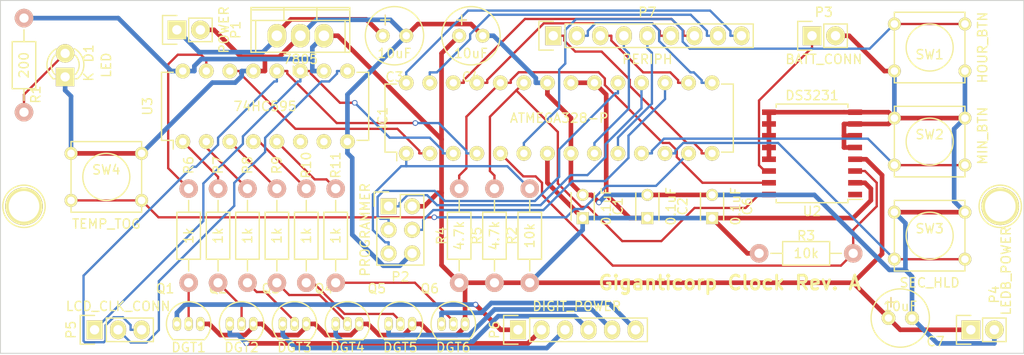
<source format=kicad_pcb>
(kicad_pcb (version 20171130) (host pcbnew "(5.1.12)-1")

  (general
    (thickness 1.6)
    (drawings 5)
    (tracks 493)
    (zones 0)
    (modules 41)
    (nets 51)
  )

  (page A4)
  (layers
    (0 F.Cu signal)
    (31 B.Cu signal)
    (32 B.Adhes user)
    (33 F.Adhes user)
    (34 B.Paste user)
    (35 F.Paste user)
    (36 B.SilkS user)
    (37 F.SilkS user)
    (38 B.Mask user)
    (39 F.Mask user)
    (40 Dwgs.User user)
    (41 Cmts.User user)
    (42 Eco1.User user)
    (43 Eco2.User user)
    (44 Edge.Cuts user)
    (45 Margin user)
    (46 B.CrtYd user)
    (47 F.CrtYd user)
    (48 B.Fab user)
    (49 F.Fab user)
  )

  (setup
    (last_trace_width 0.25)
    (trace_clearance 0.2)
    (zone_clearance 0.508)
    (zone_45_only no)
    (trace_min 0.2)
    (via_size 0.6)
    (via_drill 0.4)
    (via_min_size 0.4)
    (via_min_drill 0.3)
    (uvia_size 0.3)
    (uvia_drill 0.1)
    (uvias_allowed no)
    (uvia_min_size 0.2)
    (uvia_min_drill 0.1)
    (edge_width 0.1)
    (segment_width 0.2)
    (pcb_text_width 0.3)
    (pcb_text_size 1.5 1.5)
    (mod_edge_width 0.15)
    (mod_text_size 1 1)
    (mod_text_width 0.15)
    (pad_size 4.064 4.064)
    (pad_drill 3.302)
    (pad_to_mask_clearance 0)
    (aux_axis_origin 0 0)
    (visible_elements 7FFFFFFF)
    (pcbplotparams
      (layerselection 0x00030_80000001)
      (usegerberextensions false)
      (usegerberattributes true)
      (usegerberadvancedattributes true)
      (creategerberjobfile true)
      (excludeedgelayer true)
      (linewidth 0.100000)
      (plotframeref false)
      (viasonmask false)
      (mode 1)
      (useauxorigin false)
      (hpglpennumber 1)
      (hpglpenspeed 20)
      (hpglpendiameter 15.000000)
      (psnegative false)
      (psa4output false)
      (plotreference true)
      (plotvalue true)
      (plotinvisibletext false)
      (padsonsilk false)
      (subtractmaskfromsilk false)
      (outputformat 1)
      (mirror false)
      (drillshape 1)
      (scaleselection 1)
      (outputdirectory ""))
  )

  (net 0 "")
  (net 1 "Net-(D1-Pad2)")
  (net 2 PROG_RESET)
  (net 3 "Net-(IC1-Pad2)")
  (net 4 CLK)
  (net 5 SDL)
  (net 6 "Net-(IC1-Pad5)")
  (net 7 "Net-(IC1-Pad6)")
  (net 8 "Net-(IC1-Pad11)")
  (net 9 "Net-(IC1-Pad12)")
  (net 10 "Net-(IC1-Pad13)")
  (net 11 "Net-(IC1-Pad14)")
  (net 12 "Net-(IC1-Pad15)")
  (net 13 "Net-(IC1-Pad16)")
  (net 14 PROG_MOSI)
  (net 15 PROG_MISO)
  (net 16 PROG_SCK)
  (net 17 I2C_CLK)
  (net 18 I2C_DATA)
  (net 19 "Net-(IC1-Pad25)")
  (net 20 "Net-(IC1-Pad26)")
  (net 21 "Net-(IC1-Pad27)")
  (net 22 "Net-(IC1-Pad28)")
  (net 23 PROG_VCC)
  (net 24 PROG_GND)
  (net 25 "Net-(P3-Pad1)")
  (net 26 "Net-(P5-Pad2)")
  (net 27 "Net-(R6-Pad2)")
  (net 28 "Net-(R7-Pad2)")
  (net 29 "Net-(R8-Pad2)")
  (net 30 "Net-(U3-Pad6)")
  (net 31 "Net-(U3-Pad7)")
  (net 32 "Net-(R9-Pad2)")
  (net 33 "Net-(R10-Pad2)")
  (net 34 /DIG1)
  (net 35 /DIG2)
  (net 36 /DIG3)
  (net 37 /DIG4)
  (net 38 /DIG5)
  (net 39 /DIG6)
  (net 40 "Net-(IC1-Pad9)")
  (net 41 "Net-(IC1-Pad10)")
  (net 42 "Net-(C3-Pad1)")
  (net 43 "Net-(Q1-Pad2)")
  (net 44 "Net-(Q2-Pad2)")
  (net 45 "Net-(Q3-Pad2)")
  (net 46 "Net-(Q4-Pad2)")
  (net 47 "Net-(Q5-Pad2)")
  (net 48 "Net-(Q6-Pad2)")
  (net 49 "Net-(R11-Pad2)")
  (net 50 "Net-(U2-Pad1)")

  (net_class Default "This is the default net class."
    (clearance 0.2)
    (trace_width 0.25)
    (via_dia 0.6)
    (via_drill 0.4)
    (uvia_dia 0.3)
    (uvia_drill 0.1)
    (add_net CLK)
    (add_net I2C_CLK)
    (add_net I2C_DATA)
    (add_net "Net-(C3-Pad1)")
    (add_net "Net-(D1-Pad2)")
    (add_net "Net-(IC1-Pad10)")
    (add_net "Net-(IC1-Pad11)")
    (add_net "Net-(IC1-Pad12)")
    (add_net "Net-(IC1-Pad13)")
    (add_net "Net-(IC1-Pad14)")
    (add_net "Net-(IC1-Pad15)")
    (add_net "Net-(IC1-Pad16)")
    (add_net "Net-(IC1-Pad2)")
    (add_net "Net-(IC1-Pad25)")
    (add_net "Net-(IC1-Pad26)")
    (add_net "Net-(IC1-Pad27)")
    (add_net "Net-(IC1-Pad28)")
    (add_net "Net-(IC1-Pad5)")
    (add_net "Net-(IC1-Pad6)")
    (add_net "Net-(IC1-Pad9)")
    (add_net "Net-(P3-Pad1)")
    (add_net "Net-(P5-Pad2)")
    (add_net "Net-(Q1-Pad2)")
    (add_net "Net-(Q2-Pad2)")
    (add_net "Net-(Q3-Pad2)")
    (add_net "Net-(Q4-Pad2)")
    (add_net "Net-(Q5-Pad2)")
    (add_net "Net-(Q6-Pad2)")
    (add_net "Net-(R10-Pad2)")
    (add_net "Net-(R11-Pad2)")
    (add_net "Net-(R6-Pad2)")
    (add_net "Net-(R7-Pad2)")
    (add_net "Net-(R8-Pad2)")
    (add_net "Net-(R9-Pad2)")
    (add_net "Net-(U2-Pad1)")
    (add_net "Net-(U3-Pad6)")
    (add_net "Net-(U3-Pad7)")
    (add_net PROG_MISO)
    (add_net PROG_MOSI)
    (add_net PROG_RESET)
    (add_net PROG_SCK)
    (add_net SDL)
  )

  (net_class POWER ""
    (clearance 0.2)
    (trace_width 0.5)
    (via_dia 0.6)
    (via_drill 0.4)
    (uvia_dia 0.3)
    (uvia_drill 0.1)
    (add_net /DIG1)
    (add_net /DIG2)
    (add_net /DIG3)
    (add_net /DIG4)
    (add_net /DIG5)
    (add_net /DIG6)
    (add_net PROG_GND)
    (add_net PROG_VCC)
  )

  (module Resistors_ThroughHole:Resistor_Horizontal_RM10mm (layer F.Cu) (tedit 561939B6) (tstamp 55C90919)
    (at 89.535 127 90)
    (descr "Resistor, Axial,  RM 10mm, 1/3W,")
    (tags "Resistor, Axial, RM 10mm, 1/3W,")
    (path /55C967B6)
    (fp_text reference R7 (at 7.62 0 90) (layer F.SilkS)
      (effects (font (size 1 1) (thickness 0.15)))
    )
    (fp_text value 1k (at 0 0 90) (layer F.SilkS)
      (effects (font (size 1 1) (thickness 0.15)))
    )
    (fp_line (start 2.54 0) (end 3.81 0) (layer F.SilkS) (width 0.15))
    (fp_line (start -2.54 0) (end -3.81 0) (layer F.SilkS) (width 0.15))
    (fp_line (start -2.54 1.27) (end -2.54 -1.27) (layer F.SilkS) (width 0.15))
    (fp_line (start 2.54 1.27) (end -2.54 1.27) (layer F.SilkS) (width 0.15))
    (fp_line (start 2.54 -1.27) (end 2.54 1.27) (layer F.SilkS) (width 0.15))
    (fp_line (start -2.54 -1.27) (end 2.54 -1.27) (layer F.SilkS) (width 0.15))
    (pad 1 thru_hole circle (at -5.08 0 90) (size 1.99898 1.99898) (drill 1.00076) (layers *.Cu *.SilkS *.Mask)
      (net 44 "Net-(Q2-Pad2)"))
    (pad 2 thru_hole circle (at 5.08 0 90) (size 1.99898 1.99898) (drill 1.00076) (layers *.Cu *.SilkS *.Mask)
      (net 28 "Net-(R7-Pad2)"))
    (model Resistors_ThroughHole.3dshapes/Resistor_Horizontal_RM10mm.wrl
      (at (xyz 0 0 0))
      (scale (xyz 0.4 0.4 0.4))
      (rotate (xyz 0 0 0))
    )
  )

  (module Capacitors_ThroughHole:C_Disc_D3_P2.5 (layer F.Cu) (tedit 56193B82) (tstamp 55C90854)
    (at 128.905 125.095 90)
    (descr "Capacitor 3mm Disc, Pitch 2.5mm")
    (tags Capacitor)
    (path /55C9262C)
    (fp_text reference C1 (at 1.27 3.81 90) (layer F.SilkS)
      (effects (font (size 1 1) (thickness 0.15)))
    )
    (fp_text value 0.1uF (at 1.27 2.54 90) (layer F.SilkS)
      (effects (font (size 1 1) (thickness 0.15)))
    )
    (fp_line (start 2.75 1.25) (end -0.25 1.25) (layer F.SilkS) (width 0.15))
    (fp_line (start -0.25 -1.25) (end 2.75 -1.25) (layer F.SilkS) (width 0.15))
    (fp_line (start -0.9 1.5) (end -0.9 -1.5) (layer F.CrtYd) (width 0.05))
    (fp_line (start 3.4 1.5) (end -0.9 1.5) (layer F.CrtYd) (width 0.05))
    (fp_line (start 3.4 -1.5) (end 3.4 1.5) (layer F.CrtYd) (width 0.05))
    (fp_line (start -0.9 -1.5) (end 3.4 -1.5) (layer F.CrtYd) (width 0.05))
    (pad 1 thru_hole rect (at 0 0 90) (size 1.3 1.3) (drill 0.8) (layers *.Cu *.Mask F.SilkS)
      (net 23 PROG_VCC))
    (pad 2 thru_hole circle (at 2.5 0 90) (size 1.3 1.3) (drill 0.8001) (layers *.Cu *.Mask F.SilkS)
      (net 24 PROG_GND))
    (model Capacitors_ThroughHole.3dshapes/C_Disc_D3_P2.5.wrl
      (offset (xyz 1.250000021226883 0 0))
      (scale (xyz 1 1 1))
      (rotate (xyz 0 0 0))
    )
  )

  (module LEDs:LED-3MM (layer F.Cu) (tedit 5619426C) (tstamp 55C90878)
    (at 73.025 109.855 90)
    (descr "LED 3mm round vertical")
    (tags "LED  3mm round vertical")
    (path /55CA4C5C)
    (fp_text reference D1 (at 2.54 2.54 90) (layer F.SilkS)
      (effects (font (size 1 1) (thickness 0.15)))
    )
    (fp_text value LED (at 1.27 4.445 90) (layer F.SilkS)
      (effects (font (size 1 1) (thickness 0.15)))
    )
    (fp_line (start -0.199 -1.28) (end -0.199 -1.1) (layer F.SilkS) (width 0.15))
    (fp_line (start -0.199 1.314) (end -0.199 1.114) (layer F.SilkS) (width 0.15))
    (fp_line (start -1.2 -2.2) (end -1.2 2.3) (layer F.CrtYd) (width 0.05))
    (fp_line (start 3.8 -2.2) (end -1.2 -2.2) (layer F.CrtYd) (width 0.05))
    (fp_line (start 3.8 2.3) (end 3.8 -2.2) (layer F.CrtYd) (width 0.05))
    (fp_line (start -1.2 2.3) (end 3.8 2.3) (layer F.CrtYd) (width 0.05))
    (fp_text user K (at 0 2.54 90) (layer F.SilkS)
      (effects (font (size 1 1) (thickness 0.15)))
    )
    (fp_arc (start 1.301 0.034) (end -0.199 -1.286) (angle 108.5) (layer F.SilkS) (width 0.15))
    (fp_arc (start 1.301 0.034) (end 0.25 -1.1) (angle 85.7) (layer F.SilkS) (width 0.15))
    (fp_arc (start 1.311 0.034) (end 3.051 0.994) (angle 110) (layer F.SilkS) (width 0.15))
    (fp_arc (start 1.301 0.034) (end 2.335 1.094) (angle 87.5) (layer F.SilkS) (width 0.15))
    (pad 1 thru_hole rect (at 0 0 180) (size 2 2) (drill 1.00076) (layers *.Cu *.Mask F.SilkS)
      (net 24 PROG_GND))
    (pad 2 thru_hole circle (at 2.54 0 90) (size 2 2) (drill 1.00076) (layers *.Cu *.Mask F.SilkS)
      (net 1 "Net-(D1-Pad2)"))
    (model LEDs.3dshapes/LED-3MM.wrl
      (offset (xyz 1.269999980926514 0 0))
      (scale (xyz 1 1 1))
      (rotate (xyz 0 0 90))
    )
  )

  (module Housings_DIP:DIP-28_W7.62mm (layer F.Cu) (tedit 55C980FE) (tstamp 55C90898)
    (at 109.855 118.11 90)
    (descr "28-lead dip package, row spacing 7.62 mm (300 mils)")
    (tags "dil dip 2.54 300")
    (path /55BD92BD)
    (fp_text reference IC1 (at 3.81 -2.54 90) (layer F.SilkS)
      (effects (font (size 1 1) (thickness 0.15)))
    )
    (fp_text value ATMEGA328-P (at 3.81 16.51 180) (layer F.SilkS)
      (effects (font (size 1 1) (thickness 0.15)))
    )
    (fp_line (start 0.135 -1.025) (end -0.8 -1.025) (layer F.SilkS) (width 0.15))
    (fp_line (start 0.135 35.315) (end 7.485 35.315) (layer F.SilkS) (width 0.15))
    (fp_line (start 0.135 -2.295) (end 7.485 -2.295) (layer F.SilkS) (width 0.15))
    (fp_line (start 0.135 35.315) (end 0.135 34.045) (layer F.SilkS) (width 0.15))
    (fp_line (start 7.485 35.315) (end 7.485 34.045) (layer F.SilkS) (width 0.15))
    (fp_line (start 7.485 -2.295) (end 7.485 -1.025) (layer F.SilkS) (width 0.15))
    (fp_line (start 0.135 -2.295) (end 0.135 -1.025) (layer F.SilkS) (width 0.15))
    (fp_line (start -1.05 35.5) (end 8.65 35.5) (layer F.CrtYd) (width 0.05))
    (fp_line (start -1.05 -2.45) (end 8.65 -2.45) (layer F.CrtYd) (width 0.05))
    (fp_line (start 8.65 -2.45) (end 8.65 35.5) (layer F.CrtYd) (width 0.05))
    (fp_line (start -1.05 -2.45) (end -1.05 35.5) (layer F.CrtYd) (width 0.05))
    (pad 1 thru_hole oval (at 0 0 90) (size 1.6 1.6) (drill 0.8) (layers *.Cu *.Mask F.SilkS)
      (net 2 PROG_RESET))
    (pad 2 thru_hole oval (at 0 2.54 90) (size 1.6 1.6) (drill 0.8) (layers *.Cu *.Mask F.SilkS)
      (net 3 "Net-(IC1-Pad2)"))
    (pad 3 thru_hole oval (at 0 5.08 90) (size 1.6 1.6) (drill 0.8) (layers *.Cu *.Mask F.SilkS)
      (net 4 CLK))
    (pad 4 thru_hole oval (at 0 7.62 90) (size 1.6 1.6) (drill 0.8) (layers *.Cu *.Mask F.SilkS)
      (net 5 SDL))
    (pad 5 thru_hole oval (at 0 10.16 90) (size 1.6 1.6) (drill 0.8) (layers *.Cu *.Mask F.SilkS)
      (net 6 "Net-(IC1-Pad5)"))
    (pad 6 thru_hole oval (at 0 12.7 90) (size 1.6 1.6) (drill 0.8) (layers *.Cu *.Mask F.SilkS)
      (net 7 "Net-(IC1-Pad6)"))
    (pad 7 thru_hole oval (at 0 15.24 90) (size 1.6 1.6) (drill 0.8) (layers *.Cu *.Mask F.SilkS)
      (net 23 PROG_VCC))
    (pad 8 thru_hole oval (at 0 17.78 90) (size 1.6 1.6) (drill 0.8) (layers *.Cu *.Mask F.SilkS)
      (net 24 PROG_GND))
    (pad 9 thru_hole oval (at 0 20.32 90) (size 1.6 1.6) (drill 0.8) (layers *.Cu *.Mask F.SilkS)
      (net 40 "Net-(IC1-Pad9)"))
    (pad 10 thru_hole oval (at 0 22.86 90) (size 1.6 1.6) (drill 0.8) (layers *.Cu *.Mask F.SilkS)
      (net 41 "Net-(IC1-Pad10)"))
    (pad 11 thru_hole oval (at 0 25.4 90) (size 1.6 1.6) (drill 0.8) (layers *.Cu *.Mask F.SilkS)
      (net 8 "Net-(IC1-Pad11)"))
    (pad 12 thru_hole oval (at 0 27.94 90) (size 1.6 1.6) (drill 0.8) (layers *.Cu *.Mask F.SilkS)
      (net 9 "Net-(IC1-Pad12)"))
    (pad 13 thru_hole oval (at 0 30.48 90) (size 1.6 1.6) (drill 0.8) (layers *.Cu *.Mask F.SilkS)
      (net 10 "Net-(IC1-Pad13)"))
    (pad 14 thru_hole oval (at 0 33.02 90) (size 1.6 1.6) (drill 0.8) (layers *.Cu *.Mask F.SilkS)
      (net 11 "Net-(IC1-Pad14)"))
    (pad 15 thru_hole oval (at 7.62 33.02 90) (size 1.6 1.6) (drill 0.8) (layers *.Cu *.Mask F.SilkS)
      (net 12 "Net-(IC1-Pad15)"))
    (pad 16 thru_hole oval (at 7.62 30.48 90) (size 1.6 1.6) (drill 0.8) (layers *.Cu *.Mask F.SilkS)
      (net 13 "Net-(IC1-Pad16)"))
    (pad 17 thru_hole oval (at 7.62 27.94 90) (size 1.6 1.6) (drill 0.8) (layers *.Cu *.Mask F.SilkS)
      (net 14 PROG_MOSI))
    (pad 18 thru_hole oval (at 7.62 25.4 90) (size 1.6 1.6) (drill 0.8) (layers *.Cu *.Mask F.SilkS)
      (net 15 PROG_MISO))
    (pad 19 thru_hole oval (at 7.62 22.86 90) (size 1.6 1.6) (drill 0.8) (layers *.Cu *.Mask F.SilkS)
      (net 16 PROG_SCK))
    (pad 20 thru_hole oval (at 7.62 20.32 90) (size 1.6 1.6) (drill 0.8) (layers *.Cu *.Mask F.SilkS)
      (net 23 PROG_VCC))
    (pad 21 thru_hole oval (at 7.62 17.78 90) (size 1.6 1.6) (drill 0.8) (layers *.Cu *.Mask F.SilkS)
      (net 23 PROG_VCC))
    (pad 22 thru_hole oval (at 7.62 15.24 90) (size 1.6 1.6) (drill 0.8) (layers *.Cu *.Mask F.SilkS)
      (net 24 PROG_GND))
    (pad 23 thru_hole oval (at 7.62 12.7 90) (size 1.6 1.6) (drill 0.8) (layers *.Cu *.Mask F.SilkS)
      (net 17 I2C_CLK))
    (pad 24 thru_hole oval (at 7.62 10.16 90) (size 1.6 1.6) (drill 0.8) (layers *.Cu *.Mask F.SilkS)
      (net 18 I2C_DATA))
    (pad 25 thru_hole oval (at 7.62 7.62 90) (size 1.6 1.6) (drill 0.8) (layers *.Cu *.Mask F.SilkS)
      (net 19 "Net-(IC1-Pad25)"))
    (pad 26 thru_hole oval (at 7.62 5.08 90) (size 1.6 1.6) (drill 0.8) (layers *.Cu *.Mask F.SilkS)
      (net 20 "Net-(IC1-Pad26)"))
    (pad 27 thru_hole oval (at 7.62 2.54 90) (size 1.6 1.6) (drill 0.8) (layers *.Cu *.Mask F.SilkS)
      (net 21 "Net-(IC1-Pad27)"))
    (pad 28 thru_hole oval (at 7.62 0 90) (size 1.6 1.6) (drill 0.8) (layers *.Cu *.Mask F.SilkS)
      (net 22 "Net-(IC1-Pad28)"))
    (model Housings_DIP.3dshapes/DIP-28_W7.62mm.wrl
      (at (xyz 0 0 0))
      (scale (xyz 1 1 1))
      (rotate (xyz 0 0 0))
    )
  )

  (module Pin_Headers:Pin_Header_Straight_2x03 (layer F.Cu) (tedit 56193D2C) (tstamp 55C908A8)
    (at 107.95 123.825)
    (descr "Through hole pin header")
    (tags "pin header")
    (path /55BDAF33)
    (fp_text reference P2 (at 1.27 7.62) (layer F.SilkS)
      (effects (font (size 1 1) (thickness 0.15)))
    )
    (fp_text value PROGRAMMER (at -2.54 2.54 90) (layer F.SilkS)
      (effects (font (size 1 1) (thickness 0.15)))
    )
    (fp_line (start 3.81 1.27) (end 3.81 -1.27) (layer F.SilkS) (width 0.15))
    (fp_line (start 3.81 -1.27) (end 1.27 -1.27) (layer F.SilkS) (width 0.15))
    (fp_line (start -1.55 -1.55) (end -1.55 0) (layer F.SilkS) (width 0.15))
    (fp_line (start 3.81 6.35) (end 3.81 1.27) (layer F.SilkS) (width 0.15))
    (fp_line (start -1.27 6.35) (end 3.81 6.35) (layer F.SilkS) (width 0.15))
    (fp_line (start 1.27 1.27) (end -1.27 1.27) (layer F.SilkS) (width 0.15))
    (fp_line (start 1.27 -1.27) (end 1.27 1.27) (layer F.SilkS) (width 0.15))
    (fp_line (start -1.75 6.85) (end 4.3 6.85) (layer F.CrtYd) (width 0.05))
    (fp_line (start -1.75 -1.75) (end 4.3 -1.75) (layer F.CrtYd) (width 0.05))
    (fp_line (start 4.3 -1.75) (end 4.3 6.85) (layer F.CrtYd) (width 0.05))
    (fp_line (start -1.75 -1.75) (end -1.75 6.85) (layer F.CrtYd) (width 0.05))
    (fp_line (start -1.55 -1.55) (end 0 -1.55) (layer F.SilkS) (width 0.15))
    (fp_line (start -1.27 1.27) (end -1.27 6.35) (layer F.SilkS) (width 0.15))
    (pad 1 thru_hole rect (at 0 0) (size 1.7272 1.7272) (drill 1.016) (layers *.Cu *.Mask F.SilkS)
      (net 15 PROG_MISO))
    (pad 2 thru_hole oval (at 2.54 0) (size 1.7272 1.7272) (drill 1.016) (layers *.Cu *.Mask F.SilkS)
      (net 23 PROG_VCC))
    (pad 3 thru_hole oval (at 0 2.54) (size 1.7272 1.7272) (drill 1.016) (layers *.Cu *.Mask F.SilkS)
      (net 16 PROG_SCK))
    (pad 4 thru_hole oval (at 2.54 2.54) (size 1.7272 1.7272) (drill 1.016) (layers *.Cu *.Mask F.SilkS)
      (net 14 PROG_MOSI))
    (pad 5 thru_hole oval (at 0 5.08) (size 1.7272 1.7272) (drill 1.016) (layers *.Cu *.Mask F.SilkS)
      (net 2 PROG_RESET))
    (pad 6 thru_hole oval (at 2.54 5.08) (size 1.7272 1.7272) (drill 1.016) (layers *.Cu *.Mask F.SilkS)
      (net 24 PROG_GND))
    (model Pin_Headers.3dshapes/Pin_Header_Straight_2x03.wrl
      (offset (xyz 1.269999980926514 -2.539999961853027 0))
      (scale (xyz 1 1 1))
      (rotate (xyz 0 0 90))
    )
  )

  (module Pin_Headers:Pin_Header_Straight_1x02 (layer F.Cu) (tedit 5641710F) (tstamp 55C908B4)
    (at 170.815 137.16 90)
    (descr "Through hole pin header")
    (tags "pin header")
    (path /55BDD7EA)
    (fp_text reference P4 (at 3.81 2.54 90) (layer F.SilkS)
      (effects (font (size 1 1) (thickness 0.15)))
    )
    (fp_text value LEDB_POWER (at 6.35 3.81 270) (layer F.SilkS)
      (effects (font (size 1 1) (thickness 0.15)))
    )
    (fp_line (start -1.27 3.81) (end 1.27 3.81) (layer F.SilkS) (width 0.15))
    (fp_line (start -1.27 1.27) (end -1.27 3.81) (layer F.SilkS) (width 0.15))
    (fp_line (start -1.55 -1.55) (end 1.55 -1.55) (layer F.SilkS) (width 0.15))
    (fp_line (start -1.55 0) (end -1.55 -1.55) (layer F.SilkS) (width 0.15))
    (fp_line (start 1.27 1.27) (end -1.27 1.27) (layer F.SilkS) (width 0.15))
    (fp_line (start -1.75 4.3) (end 1.75 4.3) (layer F.CrtYd) (width 0.05))
    (fp_line (start -1.75 -1.75) (end 1.75 -1.75) (layer F.CrtYd) (width 0.05))
    (fp_line (start 1.75 -1.75) (end 1.75 4.3) (layer F.CrtYd) (width 0.05))
    (fp_line (start -1.75 -1.75) (end -1.75 4.3) (layer F.CrtYd) (width 0.05))
    (fp_line (start 1.55 -1.55) (end 1.55 0) (layer F.SilkS) (width 0.15))
    (fp_line (start 1.27 1.27) (end 1.27 3.81) (layer F.SilkS) (width 0.15))
    (pad 1 thru_hole rect (at 0 0 90) (size 2.032 2.032) (drill 1.016) (layers *.Cu *.Mask F.SilkS)
      (net 23 PROG_VCC))
    (pad 2 thru_hole oval (at 0 2.54 90) (size 2.032 2.032) (drill 1.016) (layers *.Cu *.Mask F.SilkS)
      (net 24 PROG_GND))
    (model Pin_Headers.3dshapes/Pin_Header_Straight_1x02.wrl
      (offset (xyz 0 -1.269999980926514 0))
      (scale (xyz 1 1 1))
      (rotate (xyz 0 0 90))
    )
  )

  (module Pin_Headers:Pin_Header_Straight_1x03 (layer F.Cu) (tedit 55C94A9F) (tstamp 55C908BB)
    (at 76.2 137.16 90)
    (descr "Through hole pin header")
    (tags "pin header")
    (path /55BDDD15)
    (fp_text reference P5 (at 0 -2.54 90) (layer F.SilkS)
      (effects (font (size 1 1) (thickness 0.15)))
    )
    (fp_text value LCD_CLK_CONN (at 2.54 2.54 180) (layer F.SilkS)
      (effects (font (size 1 1) (thickness 0.15)))
    )
    (fp_line (start -1.55 -1.55) (end 1.55 -1.55) (layer F.SilkS) (width 0.15))
    (fp_line (start -1.55 0) (end -1.55 -1.55) (layer F.SilkS) (width 0.15))
    (fp_line (start 1.27 1.27) (end -1.27 1.27) (layer F.SilkS) (width 0.15))
    (fp_line (start 1.55 -1.55) (end 1.55 0) (layer F.SilkS) (width 0.15))
    (fp_line (start 1.27 6.35) (end 1.27 1.27) (layer F.SilkS) (width 0.15))
    (fp_line (start -1.27 6.35) (end 1.27 6.35) (layer F.SilkS) (width 0.15))
    (fp_line (start -1.27 1.27) (end -1.27 6.35) (layer F.SilkS) (width 0.15))
    (fp_line (start -1.75 6.85) (end 1.75 6.85) (layer F.CrtYd) (width 0.05))
    (fp_line (start -1.75 -1.75) (end 1.75 -1.75) (layer F.CrtYd) (width 0.05))
    (fp_line (start 1.75 -1.75) (end 1.75 6.85) (layer F.CrtYd) (width 0.05))
    (fp_line (start -1.75 -1.75) (end -1.75 6.85) (layer F.CrtYd) (width 0.05))
    (pad 1 thru_hole rect (at 0 0 90) (size 2.032 1.7272) (drill 1.016) (layers *.Cu *.Mask F.SilkS)
      (net 4 CLK))
    (pad 2 thru_hole oval (at 0 2.54 90) (size 2.032 1.7272) (drill 1.016) (layers *.Cu *.Mask F.SilkS)
      (net 26 "Net-(P5-Pad2)"))
    (pad 3 thru_hole oval (at 0 5.08 90) (size 2.032 1.7272) (drill 1.016) (layers *.Cu *.Mask F.SilkS)
      (net 5 SDL))
    (model Pin_Headers.3dshapes/Pin_Header_Straight_1x03.wrl
      (offset (xyz 0 -2.539999961853027 0))
      (scale (xyz 1 1 1))
      (rotate (xyz 0 0 90))
    )
  )

  (module Pin_Headers:Pin_Header_Straight_1x06 (layer F.Cu) (tedit 55C94AA4) (tstamp 55C908C5)
    (at 121.92 137.16 90)
    (descr "Through hole pin header")
    (tags "pin header")
    (path /55BDC131)
    (fp_text reference P6 (at 0 -2.54 90) (layer F.SilkS)
      (effects (font (size 1 1) (thickness 0.15)))
    )
    (fp_text value DIGIT_POWER (at 2.54 6.35 180) (layer F.SilkS)
      (effects (font (size 1 1) (thickness 0.15)))
    )
    (fp_line (start -1.55 -1.55) (end 1.55 -1.55) (layer F.SilkS) (width 0.15))
    (fp_line (start -1.55 0) (end -1.55 -1.55) (layer F.SilkS) (width 0.15))
    (fp_line (start 1.27 1.27) (end -1.27 1.27) (layer F.SilkS) (width 0.15))
    (fp_line (start 1.55 -1.55) (end 1.55 0) (layer F.SilkS) (width 0.15))
    (fp_line (start -1.27 13.97) (end -1.27 1.27) (layer F.SilkS) (width 0.15))
    (fp_line (start 1.27 13.97) (end -1.27 13.97) (layer F.SilkS) (width 0.15))
    (fp_line (start 1.27 1.27) (end 1.27 13.97) (layer F.SilkS) (width 0.15))
    (fp_line (start -1.75 14.45) (end 1.75 14.45) (layer F.CrtYd) (width 0.05))
    (fp_line (start -1.75 -1.75) (end 1.75 -1.75) (layer F.CrtYd) (width 0.05))
    (fp_line (start 1.75 -1.75) (end 1.75 14.45) (layer F.CrtYd) (width 0.05))
    (fp_line (start -1.75 -1.75) (end -1.75 14.45) (layer F.CrtYd) (width 0.05))
    (pad 1 thru_hole rect (at 0 0 90) (size 2.032 1.7272) (drill 1.016) (layers *.Cu *.Mask F.SilkS)
      (net 34 /DIG1))
    (pad 2 thru_hole oval (at 0 2.54 90) (size 2.032 1.7272) (drill 1.016) (layers *.Cu *.Mask F.SilkS)
      (net 35 /DIG2))
    (pad 3 thru_hole oval (at 0 5.08 90) (size 2.032 1.7272) (drill 1.016) (layers *.Cu *.Mask F.SilkS)
      (net 36 /DIG3))
    (pad 4 thru_hole oval (at 0 7.62 90) (size 2.032 1.7272) (drill 1.016) (layers *.Cu *.Mask F.SilkS)
      (net 37 /DIG4))
    (pad 5 thru_hole oval (at 0 10.16 90) (size 2.032 1.7272) (drill 1.016) (layers *.Cu *.Mask F.SilkS)
      (net 38 /DIG5))
    (pad 6 thru_hole oval (at 0 12.7 90) (size 2.032 1.7272) (drill 1.016) (layers *.Cu *.Mask F.SilkS)
      (net 39 /DIG6))
    (model Pin_Headers.3dshapes/Pin_Header_Straight_1x06.wrl
      (offset (xyz 0 -6.349999904632568 0))
      (scale (xyz 1 1 1))
      (rotate (xyz 0 0 90))
    )
  )

  (module Housings_TO-92:TO-92_Inline_Narrow_Oval (layer F.Cu) (tedit 55C95149) (tstamp 55C908CC)
    (at 85.09 136.525)
    (descr "TO-92 leads in-line, narrow, oval pads, drill 0.6mm (see NXP sot054_po.pdf)")
    (tags "to-92 sc-43 sc-43a sot54 PA33 transistor")
    (path /563F56AA)
    (fp_text reference Q1 (at -1.27 -3.81) (layer F.SilkS)
      (effects (font (size 1 1) (thickness 0.15)))
    )
    (fp_text value DGT1 (at 1.27 2.54) (layer F.SilkS)
      (effects (font (size 1 1) (thickness 0.15)))
    )
    (fp_line (start 3.95 1.95) (end 3.95 -2.65) (layer F.CrtYd) (width 0.05))
    (fp_line (start -1.4 -2.65) (end 3.95 -2.65) (layer F.CrtYd) (width 0.05))
    (fp_line (start -0.43 1.7) (end 2.97 1.7) (layer F.SilkS) (width 0.15))
    (fp_line (start -1.4 1.95) (end 3.95 1.95) (layer F.CrtYd) (width 0.05))
    (fp_line (start -1.4 1.95) (end -1.4 -2.65) (layer F.CrtYd) (width 0.05))
    (fp_arc (start 1.27 0) (end 1.27 -2.4) (angle -135) (layer F.SilkS) (width 0.15))
    (fp_arc (start 1.27 0) (end 1.27 -2.4) (angle 135) (layer F.SilkS) (width 0.15))
    (pad 2 thru_hole oval (at 1.27 0 180) (size 0.89916 1.50114) (drill 0.6) (layers *.Cu *.Mask F.SilkS)
      (net 43 "Net-(Q1-Pad2)"))
    (pad 3 thru_hole oval (at 2.54 0 180) (size 0.89916 1.50114) (drill 0.6) (layers *.Cu *.Mask F.SilkS)
      (net 23 PROG_VCC))
    (pad 1 thru_hole oval (at 0 0 180) (size 0.89916 1.50114) (drill 0.6) (layers *.Cu *.Mask F.SilkS)
      (net 34 /DIG1))
    (model Housings_TO-92.3dshapes/TO-92_Inline_Narrow_Oval.wrl
      (offset (xyz 1.269999980926514 0 0))
      (scale (xyz 1 1 1))
      (rotate (xyz 0 0 -90))
    )
  )

  (module Housings_TO-92:TO-92_Inline_Narrow_Oval (layer F.Cu) (tedit 55C95145) (tstamp 55C908D3)
    (at 90.805 136.525)
    (descr "TO-92 leads in-line, narrow, oval pads, drill 0.6mm (see NXP sot054_po.pdf)")
    (tags "to-92 sc-43 sc-43a sot54 PA33 transistor")
    (path /563F5AF4)
    (fp_text reference Q2 (at -1.27 -3.81) (layer F.SilkS)
      (effects (font (size 1 1) (thickness 0.15)))
    )
    (fp_text value DGT2 (at 1.27 2.54) (layer F.SilkS)
      (effects (font (size 1 1) (thickness 0.15)))
    )
    (fp_line (start 3.95 1.95) (end 3.95 -2.65) (layer F.CrtYd) (width 0.05))
    (fp_line (start -1.4 -2.65) (end 3.95 -2.65) (layer F.CrtYd) (width 0.05))
    (fp_line (start -0.43 1.7) (end 2.97 1.7) (layer F.SilkS) (width 0.15))
    (fp_line (start -1.4 1.95) (end 3.95 1.95) (layer F.CrtYd) (width 0.05))
    (fp_line (start -1.4 1.95) (end -1.4 -2.65) (layer F.CrtYd) (width 0.05))
    (fp_arc (start 1.27 0) (end 1.27 -2.4) (angle -135) (layer F.SilkS) (width 0.15))
    (fp_arc (start 1.27 0) (end 1.27 -2.4) (angle 135) (layer F.SilkS) (width 0.15))
    (pad 2 thru_hole oval (at 1.27 0 180) (size 0.89916 1.50114) (drill 0.6) (layers *.Cu *.Mask F.SilkS)
      (net 44 "Net-(Q2-Pad2)"))
    (pad 3 thru_hole oval (at 2.54 0 180) (size 0.89916 1.50114) (drill 0.6) (layers *.Cu *.Mask F.SilkS)
      (net 23 PROG_VCC))
    (pad 1 thru_hole oval (at 0 0 180) (size 0.89916 1.50114) (drill 0.6) (layers *.Cu *.Mask F.SilkS)
      (net 35 /DIG2))
    (model Housings_TO-92.3dshapes/TO-92_Inline_Narrow_Oval.wrl
      (offset (xyz 1.269999980926514 0 0))
      (scale (xyz 1 1 1))
      (rotate (xyz 0 0 -90))
    )
  )

  (module Housings_TO-92:TO-92_Inline_Narrow_Oval (layer F.Cu) (tedit 55C95143) (tstamp 55C908DA)
    (at 96.52 136.525)
    (descr "TO-92 leads in-line, narrow, oval pads, drill 0.6mm (see NXP sot054_po.pdf)")
    (tags "to-92 sc-43 sc-43a sot54 PA33 transistor")
    (path /563F5B7B)
    (fp_text reference Q3 (at -1.27 -3.81) (layer F.SilkS)
      (effects (font (size 1 1) (thickness 0.15)))
    )
    (fp_text value DGT3 (at 1.27 2.54) (layer F.SilkS)
      (effects (font (size 1 1) (thickness 0.15)))
    )
    (fp_line (start 3.95 1.95) (end 3.95 -2.65) (layer F.CrtYd) (width 0.05))
    (fp_line (start -1.4 -2.65) (end 3.95 -2.65) (layer F.CrtYd) (width 0.05))
    (fp_line (start -0.43 1.7) (end 2.97 1.7) (layer F.SilkS) (width 0.15))
    (fp_line (start -1.4 1.95) (end 3.95 1.95) (layer F.CrtYd) (width 0.05))
    (fp_line (start -1.4 1.95) (end -1.4 -2.65) (layer F.CrtYd) (width 0.05))
    (fp_arc (start 1.27 0) (end 1.27 -2.4) (angle -135) (layer F.SilkS) (width 0.15))
    (fp_arc (start 1.27 0) (end 1.27 -2.4) (angle 135) (layer F.SilkS) (width 0.15))
    (pad 2 thru_hole oval (at 1.27 0 180) (size 0.89916 1.50114) (drill 0.6) (layers *.Cu *.Mask F.SilkS)
      (net 45 "Net-(Q3-Pad2)"))
    (pad 3 thru_hole oval (at 2.54 0 180) (size 0.89916 1.50114) (drill 0.6) (layers *.Cu *.Mask F.SilkS)
      (net 23 PROG_VCC))
    (pad 1 thru_hole oval (at 0 0 180) (size 0.89916 1.50114) (drill 0.6) (layers *.Cu *.Mask F.SilkS)
      (net 36 /DIG3))
    (model Housings_TO-92.3dshapes/TO-92_Inline_Narrow_Oval.wrl
      (offset (xyz 1.269999980926514 0 0))
      (scale (xyz 1 1 1))
      (rotate (xyz 0 0 -90))
    )
  )

  (module Housings_TO-92:TO-92_Inline_Narrow_Oval (layer F.Cu) (tedit 55C95141) (tstamp 55C908E1)
    (at 102.235 136.525)
    (descr "TO-92 leads in-line, narrow, oval pads, drill 0.6mm (see NXP sot054_po.pdf)")
    (tags "to-92 sc-43 sc-43a sot54 PA33 transistor")
    (path /563F5C01)
    (fp_text reference Q4 (at -1.27 -3.81) (layer F.SilkS)
      (effects (font (size 1 1) (thickness 0.15)))
    )
    (fp_text value DGT4 (at 1.27 2.54) (layer F.SilkS)
      (effects (font (size 1 1) (thickness 0.15)))
    )
    (fp_line (start 3.95 1.95) (end 3.95 -2.65) (layer F.CrtYd) (width 0.05))
    (fp_line (start -1.4 -2.65) (end 3.95 -2.65) (layer F.CrtYd) (width 0.05))
    (fp_line (start -0.43 1.7) (end 2.97 1.7) (layer F.SilkS) (width 0.15))
    (fp_line (start -1.4 1.95) (end 3.95 1.95) (layer F.CrtYd) (width 0.05))
    (fp_line (start -1.4 1.95) (end -1.4 -2.65) (layer F.CrtYd) (width 0.05))
    (fp_arc (start 1.27 0) (end 1.27 -2.4) (angle -135) (layer F.SilkS) (width 0.15))
    (fp_arc (start 1.27 0) (end 1.27 -2.4) (angle 135) (layer F.SilkS) (width 0.15))
    (pad 2 thru_hole oval (at 1.27 0 180) (size 0.89916 1.50114) (drill 0.6) (layers *.Cu *.Mask F.SilkS)
      (net 46 "Net-(Q4-Pad2)"))
    (pad 3 thru_hole oval (at 2.54 0 180) (size 0.89916 1.50114) (drill 0.6) (layers *.Cu *.Mask F.SilkS)
      (net 23 PROG_VCC))
    (pad 1 thru_hole oval (at 0 0 180) (size 0.89916 1.50114) (drill 0.6) (layers *.Cu *.Mask F.SilkS)
      (net 37 /DIG4))
    (model Housings_TO-92.3dshapes/TO-92_Inline_Narrow_Oval.wrl
      (offset (xyz 1.269999980926514 0 0))
      (scale (xyz 1 1 1))
      (rotate (xyz 0 0 -90))
    )
  )

  (module Housings_TO-92:TO-92_Inline_Narrow_Oval (layer F.Cu) (tedit 55C9513F) (tstamp 55C908E8)
    (at 107.95 136.525)
    (descr "TO-92 leads in-line, narrow, oval pads, drill 0.6mm (see NXP sot054_po.pdf)")
    (tags "to-92 sc-43 sc-43a sot54 PA33 transistor")
    (path /563F5C8E)
    (fp_text reference Q5 (at -1.27 -3.81) (layer F.SilkS)
      (effects (font (size 1 1) (thickness 0.15)))
    )
    (fp_text value DGT5 (at 1.27 2.54) (layer F.SilkS)
      (effects (font (size 1 1) (thickness 0.15)))
    )
    (fp_line (start 3.95 1.95) (end 3.95 -2.65) (layer F.CrtYd) (width 0.05))
    (fp_line (start -1.4 -2.65) (end 3.95 -2.65) (layer F.CrtYd) (width 0.05))
    (fp_line (start -0.43 1.7) (end 2.97 1.7) (layer F.SilkS) (width 0.15))
    (fp_line (start -1.4 1.95) (end 3.95 1.95) (layer F.CrtYd) (width 0.05))
    (fp_line (start -1.4 1.95) (end -1.4 -2.65) (layer F.CrtYd) (width 0.05))
    (fp_arc (start 1.27 0) (end 1.27 -2.4) (angle -135) (layer F.SilkS) (width 0.15))
    (fp_arc (start 1.27 0) (end 1.27 -2.4) (angle 135) (layer F.SilkS) (width 0.15))
    (pad 2 thru_hole oval (at 1.27 0 180) (size 0.89916 1.50114) (drill 0.6) (layers *.Cu *.Mask F.SilkS)
      (net 47 "Net-(Q5-Pad2)"))
    (pad 3 thru_hole oval (at 2.54 0 180) (size 0.89916 1.50114) (drill 0.6) (layers *.Cu *.Mask F.SilkS)
      (net 23 PROG_VCC))
    (pad 1 thru_hole oval (at 0 0 180) (size 0.89916 1.50114) (drill 0.6) (layers *.Cu *.Mask F.SilkS)
      (net 38 /DIG5))
    (model Housings_TO-92.3dshapes/TO-92_Inline_Narrow_Oval.wrl
      (offset (xyz 1.269999980926514 0 0))
      (scale (xyz 1 1 1))
      (rotate (xyz 0 0 -90))
    )
  )

  (module Housings_TO-92:TO-92_Inline_Narrow_Oval (layer F.Cu) (tedit 55C9513D) (tstamp 55C908EF)
    (at 113.665 136.525)
    (descr "TO-92 leads in-line, narrow, oval pads, drill 0.6mm (see NXP sot054_po.pdf)")
    (tags "to-92 sc-43 sc-43a sot54 PA33 transistor")
    (path /563F5D21)
    (fp_text reference Q6 (at -1.27 -3.81) (layer F.SilkS)
      (effects (font (size 1 1) (thickness 0.15)))
    )
    (fp_text value DGT6 (at 1.27 2.54) (layer F.SilkS)
      (effects (font (size 1 1) (thickness 0.15)))
    )
    (fp_line (start 3.95 1.95) (end 3.95 -2.65) (layer F.CrtYd) (width 0.05))
    (fp_line (start -1.4 -2.65) (end 3.95 -2.65) (layer F.CrtYd) (width 0.05))
    (fp_line (start -0.43 1.7) (end 2.97 1.7) (layer F.SilkS) (width 0.15))
    (fp_line (start -1.4 1.95) (end 3.95 1.95) (layer F.CrtYd) (width 0.05))
    (fp_line (start -1.4 1.95) (end -1.4 -2.65) (layer F.CrtYd) (width 0.05))
    (fp_arc (start 1.27 0) (end 1.27 -2.4) (angle -135) (layer F.SilkS) (width 0.15))
    (fp_arc (start 1.27 0) (end 1.27 -2.4) (angle 135) (layer F.SilkS) (width 0.15))
    (pad 2 thru_hole oval (at 1.27 0 180) (size 0.89916 1.50114) (drill 0.6) (layers *.Cu *.Mask F.SilkS)
      (net 48 "Net-(Q6-Pad2)"))
    (pad 3 thru_hole oval (at 2.54 0 180) (size 0.89916 1.50114) (drill 0.6) (layers *.Cu *.Mask F.SilkS)
      (net 23 PROG_VCC))
    (pad 1 thru_hole oval (at 0 0 180) (size 0.89916 1.50114) (drill 0.6) (layers *.Cu *.Mask F.SilkS)
      (net 39 /DIG6))
    (model Housings_TO-92.3dshapes/TO-92_Inline_Narrow_Oval.wrl
      (offset (xyz 1.269999980926514 0 0))
      (scale (xyz 1 1 1))
      (rotate (xyz 0 0 -90))
    )
  )

  (module Resistors_ThroughHole:Resistor_Horizontal_RM10mm (layer F.Cu) (tedit 56417C76) (tstamp 55C908F5)
    (at 68.58 108.585 90)
    (descr "Resistor, Axial,  RM 10mm, 1/3W,")
    (tags "Resistor, Axial, RM 10mm, 1/3W,")
    (path /55CA4BC8)
    (fp_text reference R1 (at -3.175 1.27 90) (layer F.SilkS)
      (effects (font (size 1 1) (thickness 0.15)))
    )
    (fp_text value 200 (at 0 0 90) (layer F.SilkS)
      (effects (font (size 1 1) (thickness 0.15)))
    )
    (fp_line (start 2.54 0) (end 3.81 0) (layer F.SilkS) (width 0.15))
    (fp_line (start -2.54 0) (end -3.81 0) (layer F.SilkS) (width 0.15))
    (fp_line (start -2.54 1.27) (end -2.54 -1.27) (layer F.SilkS) (width 0.15))
    (fp_line (start 2.54 1.27) (end -2.54 1.27) (layer F.SilkS) (width 0.15))
    (fp_line (start 2.54 -1.27) (end 2.54 1.27) (layer F.SilkS) (width 0.15))
    (fp_line (start -2.54 -1.27) (end 2.54 -1.27) (layer F.SilkS) (width 0.15))
    (pad 1 thru_hole circle (at -5.08 0 90) (size 1.99898 1.99898) (drill 1.00076) (layers *.Cu *.SilkS *.Mask)
      (net 1 "Net-(D1-Pad2)"))
    (pad 2 thru_hole circle (at 5.08 0 90) (size 1.99898 1.99898) (drill 1.00076) (layers *.Cu *.SilkS *.Mask)
      (net 23 PROG_VCC))
    (model Resistors_ThroughHole.3dshapes/Resistor_Horizontal_RM10mm.wrl
      (at (xyz 0 0 0))
      (scale (xyz 0.4 0.4 0.4))
      (rotate (xyz 0 0 0))
    )
  )

  (module Resistors_ThroughHole:Resistor_Horizontal_RM10mm (layer F.Cu) (tedit 563FDEC7) (tstamp 55C908FB)
    (at 123.19 127 90)
    (descr "Resistor, Axial,  RM 10mm, 1/3W,")
    (tags "Resistor, Axial, RM 10mm, 1/3W,")
    (path /55BD93A3)
    (fp_text reference R2 (at 0 -1.905 90) (layer F.SilkS)
      (effects (font (size 1 1) (thickness 0.15)))
    )
    (fp_text value 10k (at 0 0 90) (layer F.SilkS)
      (effects (font (size 1 1) (thickness 0.15)))
    )
    (fp_line (start 2.54 0) (end 3.81 0) (layer F.SilkS) (width 0.15))
    (fp_line (start -2.54 0) (end -3.81 0) (layer F.SilkS) (width 0.15))
    (fp_line (start -2.54 1.27) (end -2.54 -1.27) (layer F.SilkS) (width 0.15))
    (fp_line (start 2.54 1.27) (end -2.54 1.27) (layer F.SilkS) (width 0.15))
    (fp_line (start 2.54 -1.27) (end 2.54 1.27) (layer F.SilkS) (width 0.15))
    (fp_line (start -2.54 -1.27) (end 2.54 -1.27) (layer F.SilkS) (width 0.15))
    (pad 1 thru_hole circle (at -5.08 0 90) (size 1.99898 1.99898) (drill 1.00076) (layers *.Cu *.SilkS *.Mask)
      (net 23 PROG_VCC))
    (pad 2 thru_hole circle (at 5.08 0 90) (size 1.99898 1.99898) (drill 1.00076) (layers *.Cu *.SilkS *.Mask)
      (net 2 PROG_RESET))
    (model Resistors_ThroughHole.3dshapes/Resistor_Horizontal_RM10mm.wrl
      (at (xyz 0 0 0))
      (scale (xyz 0.4 0.4 0.4))
      (rotate (xyz 0 0 0))
    )
  )

  (module Resistors_ThroughHole:Resistor_Horizontal_RM10mm (layer F.Cu) (tedit 561939B1) (tstamp 55C90913)
    (at 86.36 127 90)
    (descr "Resistor, Axial,  RM 10mm, 1/3W,")
    (tags "Resistor, Axial, RM 10mm, 1/3W,")
    (path /55C95FE6)
    (fp_text reference R6 (at 7.62 0 90) (layer F.SilkS)
      (effects (font (size 1 1) (thickness 0.15)))
    )
    (fp_text value 1k (at 0 0 90) (layer F.SilkS)
      (effects (font (size 1 1) (thickness 0.15)))
    )
    (fp_line (start 2.54 0) (end 3.81 0) (layer F.SilkS) (width 0.15))
    (fp_line (start -2.54 0) (end -3.81 0) (layer F.SilkS) (width 0.15))
    (fp_line (start -2.54 1.27) (end -2.54 -1.27) (layer F.SilkS) (width 0.15))
    (fp_line (start 2.54 1.27) (end -2.54 1.27) (layer F.SilkS) (width 0.15))
    (fp_line (start 2.54 -1.27) (end 2.54 1.27) (layer F.SilkS) (width 0.15))
    (fp_line (start -2.54 -1.27) (end 2.54 -1.27) (layer F.SilkS) (width 0.15))
    (pad 1 thru_hole circle (at -5.08 0 90) (size 1.99898 1.99898) (drill 1.00076) (layers *.Cu *.SilkS *.Mask)
      (net 43 "Net-(Q1-Pad2)"))
    (pad 2 thru_hole circle (at 5.08 0 90) (size 1.99898 1.99898) (drill 1.00076) (layers *.Cu *.SilkS *.Mask)
      (net 27 "Net-(R6-Pad2)"))
    (model Resistors_ThroughHole.3dshapes/Resistor_Horizontal_RM10mm.wrl
      (at (xyz 0 0 0))
      (scale (xyz 0.4 0.4 0.4))
      (rotate (xyz 0 0 0))
    )
  )

  (module Resistors_ThroughHole:Resistor_Horizontal_RM10mm (layer F.Cu) (tedit 561939BB) (tstamp 55C9091F)
    (at 92.71 127 90)
    (descr "Resistor, Axial,  RM 10mm, 1/3W,")
    (tags "Resistor, Axial, RM 10mm, 1/3W,")
    (path /55C9682B)
    (fp_text reference R8 (at 7.62 0 90) (layer F.SilkS)
      (effects (font (size 1 1) (thickness 0.15)))
    )
    (fp_text value 1k (at 0 0 90) (layer F.SilkS)
      (effects (font (size 1 1) (thickness 0.15)))
    )
    (fp_line (start 2.54 0) (end 3.81 0) (layer F.SilkS) (width 0.15))
    (fp_line (start -2.54 0) (end -3.81 0) (layer F.SilkS) (width 0.15))
    (fp_line (start -2.54 1.27) (end -2.54 -1.27) (layer F.SilkS) (width 0.15))
    (fp_line (start 2.54 1.27) (end -2.54 1.27) (layer F.SilkS) (width 0.15))
    (fp_line (start 2.54 -1.27) (end 2.54 1.27) (layer F.SilkS) (width 0.15))
    (fp_line (start -2.54 -1.27) (end 2.54 -1.27) (layer F.SilkS) (width 0.15))
    (pad 1 thru_hole circle (at -5.08 0 90) (size 1.99898 1.99898) (drill 1.00076) (layers *.Cu *.SilkS *.Mask)
      (net 45 "Net-(Q3-Pad2)"))
    (pad 2 thru_hole circle (at 5.08 0 90) (size 1.99898 1.99898) (drill 1.00076) (layers *.Cu *.SilkS *.Mask)
      (net 29 "Net-(R8-Pad2)"))
    (model Resistors_ThroughHole.3dshapes/Resistor_Horizontal_RM10mm.wrl
      (at (xyz 0 0 0))
      (scale (xyz 0.4 0.4 0.4))
      (rotate (xyz 0 0 0))
    )
  )

  (module Buttons_Switches_ThroughHole:SW_PUSH_SMALL (layer F.Cu) (tedit 55C90F65) (tstamp 55C90927)
    (at 166.37 106.68 180)
    (path /55BDDD7D)
    (fp_text reference SW1 (at 0 -0.762 180) (layer F.SilkS)
      (effects (font (size 1 1) (thickness 0.15)))
    )
    (fp_text value HOUR_BTN (at -5.715 0 90) (layer F.SilkS)
      (effects (font (size 1 1) (thickness 0.15)))
    )
    (fp_line (start -3.81 -3.81) (end -3.81 3.81) (layer F.SilkS) (width 0.15))
    (fp_line (start 3.81 3.81) (end -3.81 3.81) (layer F.SilkS) (width 0.15))
    (fp_line (start 3.81 -3.81) (end 3.81 3.81) (layer F.SilkS) (width 0.15))
    (fp_line (start -3.81 -3.81) (end 3.81 -3.81) (layer F.SilkS) (width 0.15))
    (fp_circle (center 0 0) (end 0 -2.54) (layer F.SilkS) (width 0.15))
    (pad 1 thru_hole circle (at 3.81 -2.54 180) (size 1.397 1.397) (drill 0.8128) (layers *.Cu *.Mask F.SilkS)
      (net 24 PROG_GND))
    (pad 2 thru_hole circle (at 3.81 2.54 180) (size 1.397 1.397) (drill 0.8128) (layers *.Cu *.Mask F.SilkS)
      (net 7 "Net-(IC1-Pad6)"))
    (pad 1 thru_hole circle (at -3.81 -2.54 180) (size 1.397 1.397) (drill 0.8128) (layers *.Cu *.Mask F.SilkS)
      (net 24 PROG_GND))
    (pad 2 thru_hole circle (at -3.81 2.54 180) (size 1.397 1.397) (drill 0.8128) (layers *.Cu *.Mask F.SilkS)
      (net 7 "Net-(IC1-Pad6)"))
  )

  (module Buttons_Switches_ThroughHole:SW_PUSH_SMALL (layer F.Cu) (tedit 55C90F69) (tstamp 55C9092F)
    (at 166.37 116.84)
    (path /55BDDDD7)
    (fp_text reference SW2 (at 0 -0.762) (layer F.SilkS)
      (effects (font (size 1 1) (thickness 0.15)))
    )
    (fp_text value MIN_BTN (at 5.715 -0.635 90) (layer F.SilkS)
      (effects (font (size 1 1) (thickness 0.15)))
    )
    (fp_line (start -3.81 -3.81) (end -3.81 3.81) (layer F.SilkS) (width 0.15))
    (fp_line (start 3.81 3.81) (end -3.81 3.81) (layer F.SilkS) (width 0.15))
    (fp_line (start 3.81 -3.81) (end 3.81 3.81) (layer F.SilkS) (width 0.15))
    (fp_line (start -3.81 -3.81) (end 3.81 -3.81) (layer F.SilkS) (width 0.15))
    (fp_circle (center 0 0) (end 0 -2.54) (layer F.SilkS) (width 0.15))
    (pad 1 thru_hole circle (at 3.81 -2.54) (size 1.397 1.397) (drill 0.8128) (layers *.Cu *.Mask F.SilkS)
      (net 24 PROG_GND))
    (pad 2 thru_hole circle (at 3.81 2.54) (size 1.397 1.397) (drill 0.8128) (layers *.Cu *.Mask F.SilkS)
      (net 8 "Net-(IC1-Pad11)"))
    (pad 1 thru_hole circle (at -3.81 -2.54) (size 1.397 1.397) (drill 0.8128) (layers *.Cu *.Mask F.SilkS)
      (net 24 PROG_GND))
    (pad 2 thru_hole circle (at -3.81 2.54) (size 1.397 1.397) (drill 0.8128) (layers *.Cu *.Mask F.SilkS)
      (net 8 "Net-(IC1-Pad11)"))
  )

  (module Buttons_Switches_ThroughHole:SW_PUSH_SMALL (layer F.Cu) (tedit 55C90F6D) (tstamp 55C90937)
    (at 166.37 127)
    (path /55BDDE1E)
    (fp_text reference SW3 (at 0 -0.762) (layer F.SilkS)
      (effects (font (size 1 1) (thickness 0.15)))
    )
    (fp_text value SEC_HLD (at 0 5.08) (layer F.SilkS)
      (effects (font (size 1 1) (thickness 0.15)))
    )
    (fp_line (start -3.81 -3.81) (end -3.81 3.81) (layer F.SilkS) (width 0.15))
    (fp_line (start 3.81 3.81) (end -3.81 3.81) (layer F.SilkS) (width 0.15))
    (fp_line (start 3.81 -3.81) (end 3.81 3.81) (layer F.SilkS) (width 0.15))
    (fp_line (start -3.81 -3.81) (end 3.81 -3.81) (layer F.SilkS) (width 0.15))
    (fp_circle (center 0 0) (end 0 -2.54) (layer F.SilkS) (width 0.15))
    (pad 1 thru_hole circle (at 3.81 -2.54) (size 1.397 1.397) (drill 0.8128) (layers *.Cu *.Mask F.SilkS)
      (net 24 PROG_GND))
    (pad 2 thru_hole circle (at 3.81 2.54) (size 1.397 1.397) (drill 0.8128) (layers *.Cu *.Mask F.SilkS)
      (net 9 "Net-(IC1-Pad12)"))
    (pad 1 thru_hole circle (at -3.81 -2.54) (size 1.397 1.397) (drill 0.8128) (layers *.Cu *.Mask F.SilkS)
      (net 24 PROG_GND))
    (pad 2 thru_hole circle (at -3.81 2.54) (size 1.397 1.397) (drill 0.8128) (layers *.Cu *.Mask F.SilkS)
      (net 9 "Net-(IC1-Pad12)"))
  )

  (module Buttons_Switches_ThroughHole:SW_PUSH_SMALL (layer F.Cu) (tedit 55C90F60) (tstamp 55C9093F)
    (at 77.47 120.65)
    (path /55BDDE6F)
    (fp_text reference SW4 (at 0 -0.762) (layer F.SilkS)
      (effects (font (size 1 1) (thickness 0.15)))
    )
    (fp_text value TEMP_TOG (at 0 5.08) (layer F.SilkS)
      (effects (font (size 1 1) (thickness 0.15)))
    )
    (fp_line (start -3.81 -3.81) (end -3.81 3.81) (layer F.SilkS) (width 0.15))
    (fp_line (start 3.81 3.81) (end -3.81 3.81) (layer F.SilkS) (width 0.15))
    (fp_line (start 3.81 -3.81) (end 3.81 3.81) (layer F.SilkS) (width 0.15))
    (fp_line (start -3.81 -3.81) (end 3.81 -3.81) (layer F.SilkS) (width 0.15))
    (fp_circle (center 0 0) (end 0 -2.54) (layer F.SilkS) (width 0.15))
    (pad 1 thru_hole circle (at 3.81 -2.54) (size 1.397 1.397) (drill 0.8128) (layers *.Cu *.Mask F.SilkS)
      (net 24 PROG_GND))
    (pad 2 thru_hole circle (at 3.81 2.54) (size 1.397 1.397) (drill 0.8128) (layers *.Cu *.Mask F.SilkS)
      (net 10 "Net-(IC1-Pad13)"))
    (pad 1 thru_hole circle (at -3.81 -2.54) (size 1.397 1.397) (drill 0.8128) (layers *.Cu *.Mask F.SilkS)
      (net 24 PROG_GND))
    (pad 2 thru_hole circle (at -3.81 2.54) (size 1.397 1.397) (drill 0.8128) (layers *.Cu *.Mask F.SilkS)
      (net 10 "Net-(IC1-Pad13)"))
  )

  (module Power_Integrations:TO-220 (layer F.Cu) (tedit 561938) (tstamp 55C90956)
    (at 98.425 105.41)
    (descr "Non Isolated JEDEC TO-220 Package")
    (tags "Power Integration YN Package")
    (path /55CA48D8)
    (fp_text reference U1 (at 0 3.81) (layer F.SilkS)
      (effects (font (size 1 1) (thickness 0.15)))
    )
    (fp_text value 7805 (at 0 2.54) (layer F.SilkS)
      (effects (font (size 1 1) (thickness 0.15)))
    )
    (fp_line (start 5.334 -3.048) (end -5.334 -3.048) (layer F.SilkS) (width 0.15))
    (fp_line (start 5.334 -3.048) (end 5.334 1.778) (layer F.SilkS) (width 0.15))
    (fp_line (start -5.334 -3.048) (end -5.334 1.778) (layer F.SilkS) (width 0.15))
    (fp_line (start 5.334 1.778) (end -5.334 1.778) (layer F.SilkS) (width 0.15))
    (fp_line (start -5.334 -1.651) (end 5.334 -1.651) (layer F.SilkS) (width 0.15))
    (fp_line (start -1.778 -1.778) (end -1.778 -3.048) (layer F.SilkS) (width 0.15))
    (fp_line (start 1.778 -1.778) (end 1.778 -3.048) (layer F.SilkS) (width 0.15))
    (fp_line (start 5.334 -2.794) (end -5.334 -2.794) (layer F.SilkS) (width 0.15))
    (fp_line (start -4.826 -1.651) (end -4.826 1.778) (layer F.SilkS) (width 0.15))
    (fp_line (start 4.826 -1.651) (end 4.826 1.778) (layer F.SilkS) (width 0.15))
    (pad 2 thru_hole oval (at 0 0) (size 2.032 2.54) (drill 1.143) (layers *.Cu *.Mask F.SilkS)
      (net 24 PROG_GND))
    (pad 3 thru_hole oval (at 2.54 0) (size 2.032 2.54) (drill 1.143) (layers *.Cu *.Mask F.SilkS)
      (net 23 PROG_VCC))
    (pad 1 thru_hole oval (at -2.54 0) (size 2.032 2.54) (drill 1.143) (layers *.Cu *.Mask F.SilkS)
      (net 42 "Net-(C3-Pad1)"))
  )

  (module Housings_DIP:DIP-16_W7.62mm (layer F.Cu) (tedit 55C91805) (tstamp 55C9097E)
    (at 85.725 116.84 90)
    (descr "16-lead dip package, row spacing 7.62 mm (300 mils)")
    (tags "dil dip 2.54 300")
    (path /55BDCA10)
    (fp_text reference U3 (at 3.81 -3.81 90) (layer F.SilkS)
      (effects (font (size 1 1) (thickness 0.15)))
    )
    (fp_text value 74HC595 (at 3.81 8.89 180) (layer F.SilkS)
      (effects (font (size 1 1) (thickness 0.15)))
    )
    (fp_line (start 0.135 -1.025) (end -0.8 -1.025) (layer F.SilkS) (width 0.15))
    (fp_line (start 0.135 20.075) (end 7.485 20.075) (layer F.SilkS) (width 0.15))
    (fp_line (start 0.135 -2.295) (end 7.485 -2.295) (layer F.SilkS) (width 0.15))
    (fp_line (start 0.135 20.075) (end 0.135 18.805) (layer F.SilkS) (width 0.15))
    (fp_line (start 7.485 20.075) (end 7.485 18.805) (layer F.SilkS) (width 0.15))
    (fp_line (start 7.485 -2.295) (end 7.485 -1.025) (layer F.SilkS) (width 0.15))
    (fp_line (start 0.135 -2.295) (end 0.135 -1.025) (layer F.SilkS) (width 0.15))
    (fp_line (start -1.05 20.25) (end 8.65 20.25) (layer F.CrtYd) (width 0.05))
    (fp_line (start -1.05 -2.45) (end 8.65 -2.45) (layer F.CrtYd) (width 0.05))
    (fp_line (start 8.65 -2.45) (end 8.65 20.25) (layer F.CrtYd) (width 0.05))
    (fp_line (start -1.05 -2.45) (end -1.05 20.25) (layer F.CrtYd) (width 0.05))
    (pad 1 thru_hole oval (at 0 0 90) (size 1.6 1.6) (drill 0.8) (layers *.Cu *.Mask F.SilkS)
      (net 28 "Net-(R7-Pad2)"))
    (pad 2 thru_hole oval (at 0 2.54 90) (size 1.6 1.6) (drill 0.8) (layers *.Cu *.Mask F.SilkS)
      (net 29 "Net-(R8-Pad2)"))
    (pad 3 thru_hole oval (at 0 5.08 90) (size 1.6 1.6) (drill 0.8) (layers *.Cu *.Mask F.SilkS)
      (net 32 "Net-(R9-Pad2)"))
    (pad 4 thru_hole oval (at 0 7.62 90) (size 1.6 1.6) (drill 0.8) (layers *.Cu *.Mask F.SilkS)
      (net 33 "Net-(R10-Pad2)"))
    (pad 5 thru_hole oval (at 0 10.16 90) (size 1.6 1.6) (drill 0.8) (layers *.Cu *.Mask F.SilkS)
      (net 49 "Net-(R11-Pad2)"))
    (pad 6 thru_hole oval (at 0 12.7 90) (size 1.6 1.6) (drill 0.8) (layers *.Cu *.Mask F.SilkS)
      (net 30 "Net-(U3-Pad6)"))
    (pad 7 thru_hole oval (at 0 15.24 90) (size 1.6 1.6) (drill 0.8) (layers *.Cu *.Mask F.SilkS)
      (net 31 "Net-(U3-Pad7)"))
    (pad 8 thru_hole oval (at 0 17.78 90) (size 1.6 1.6) (drill 0.8) (layers *.Cu *.Mask F.SilkS)
      (net 24 PROG_GND))
    (pad 9 thru_hole oval (at 7.62 17.78 90) (size 1.6 1.6) (drill 0.8) (layers *.Cu *.Mask F.SilkS)
      (net 26 "Net-(P5-Pad2)"))
    (pad 10 thru_hole oval (at 7.62 15.24 90) (size 1.6 1.6) (drill 0.8) (layers *.Cu *.Mask F.SilkS)
      (net 23 PROG_VCC))
    (pad 11 thru_hole oval (at 7.62 12.7 90) (size 1.6 1.6) (drill 0.8) (layers *.Cu *.Mask F.SilkS)
      (net 4 CLK))
    (pad 12 thru_hole oval (at 7.62 10.16 90) (size 1.6 1.6) (drill 0.8) (layers *.Cu *.Mask F.SilkS)
      (net 5 SDL))
    (pad 13 thru_hole oval (at 7.62 7.62 90) (size 1.6 1.6) (drill 0.8) (layers *.Cu *.Mask F.SilkS)
      (net 24 PROG_GND))
    (pad 14 thru_hole oval (at 7.62 5.08 90) (size 1.6 1.6) (drill 0.8) (layers *.Cu *.Mask F.SilkS)
      (net 3 "Net-(IC1-Pad2)"))
    (pad 15 thru_hole oval (at 7.62 2.54 90) (size 1.6 1.6) (drill 0.8) (layers *.Cu *.Mask F.SilkS)
      (net 27 "Net-(R6-Pad2)"))
    (pad 16 thru_hole oval (at 7.62 0 90) (size 1.6 1.6) (drill 0.8) (layers *.Cu *.Mask F.SilkS)
      (net 23 PROG_VCC))
    (model Housings_DIP.3dshapes/DIP-16_W7.62mm.wrl
      (at (xyz 0 0 0))
      (scale (xyz 1 1 1))
      (rotate (xyz 0 0 0))
    )
  )

  (module Resistors_ThroughHole:Resistor_Horizontal_RM10mm (layer F.Cu) (tedit 561939C5) (tstamp 55C917CB)
    (at 95.885 127 90)
    (descr "Resistor, Axial,  RM 10mm, 1/3W,")
    (tags "Resistor, Axial, RM 10mm, 1/3W,")
    (path /55C968D5)
    (fp_text reference R9 (at 7.62 0 90) (layer F.SilkS)
      (effects (font (size 1 1) (thickness 0.15)))
    )
    (fp_text value 1k (at 0 0 90) (layer F.SilkS)
      (effects (font (size 1 1) (thickness 0.15)))
    )
    (fp_line (start 2.54 0) (end 3.81 0) (layer F.SilkS) (width 0.15))
    (fp_line (start -2.54 0) (end -3.81 0) (layer F.SilkS) (width 0.15))
    (fp_line (start -2.54 1.27) (end -2.54 -1.27) (layer F.SilkS) (width 0.15))
    (fp_line (start 2.54 1.27) (end -2.54 1.27) (layer F.SilkS) (width 0.15))
    (fp_line (start 2.54 -1.27) (end 2.54 1.27) (layer F.SilkS) (width 0.15))
    (fp_line (start -2.54 -1.27) (end 2.54 -1.27) (layer F.SilkS) (width 0.15))
    (pad 1 thru_hole circle (at -5.08 0 90) (size 1.99898 1.99898) (drill 1.00076) (layers *.Cu *.SilkS *.Mask)
      (net 46 "Net-(Q4-Pad2)"))
    (pad 2 thru_hole circle (at 5.08 0 90) (size 1.99898 1.99898) (drill 1.00076) (layers *.Cu *.SilkS *.Mask)
      (net 32 "Net-(R9-Pad2)"))
    (model Resistors_ThroughHole.3dshapes/Resistor_Horizontal_RM10mm.wrl
      (at (xyz 0 0 0))
      (scale (xyz 0.4 0.4 0.4))
      (rotate (xyz 0 0 0))
    )
  )

  (module Resistors_ThroughHole:Resistor_Horizontal_RM10mm (layer F.Cu) (tedit 563FF627) (tstamp 55C917D1)
    (at 99.06 127 90)
    (descr "Resistor, Axial,  RM 10mm, 1/3W,")
    (tags "Resistor, Axial, RM 10mm, 1/3W,")
    (path /55C9693B)
    (fp_text reference R10 (at 7.62 0 90) (layer F.SilkS)
      (effects (font (size 1 1) (thickness 0.15)))
    )
    (fp_text value 1k (at 0 0 90) (layer F.SilkS)
      (effects (font (size 1 1) (thickness 0.15)))
    )
    (fp_line (start 2.54 0) (end 3.81 0) (layer F.SilkS) (width 0.15))
    (fp_line (start -2.54 0) (end -3.81 0) (layer F.SilkS) (width 0.15))
    (fp_line (start -2.54 1.27) (end -2.54 -1.27) (layer F.SilkS) (width 0.15))
    (fp_line (start 2.54 1.27) (end -2.54 1.27) (layer F.SilkS) (width 0.15))
    (fp_line (start 2.54 -1.27) (end 2.54 1.27) (layer F.SilkS) (width 0.15))
    (fp_line (start -2.54 -1.27) (end 2.54 -1.27) (layer F.SilkS) (width 0.15))
    (pad 1 thru_hole circle (at -5.08 0 90) (size 1.99898 1.99898) (drill 1.00076) (layers *.Cu *.SilkS *.Mask)
      (net 47 "Net-(Q5-Pad2)"))
    (pad 2 thru_hole circle (at 5.08 0 90) (size 1.99898 1.99898) (drill 1.00076) (layers *.Cu *.SilkS *.Mask)
      (net 33 "Net-(R10-Pad2)"))
    (model Resistors_ThroughHole.3dshapes/Resistor_Horizontal_RM10mm.wrl
      (at (xyz 0 0 0))
      (scale (xyz 0.4 0.4 0.4))
      (rotate (xyz 0 0 0))
    )
  )

  (module Pin_Headers:Pin_Header_Straight_1x02 (layer F.Cu) (tedit 56417C69) (tstamp 55C97FE0)
    (at 85.09 104.775 90)
    (descr "Through hole pin header")
    (tags "pin header")
    (path /55CA4A06)
    (fp_text reference P1 (at 0 6.35 90) (layer F.SilkS)
      (effects (font (size 1 1) (thickness 0.15)))
    )
    (fp_text value POWER (at 0 5.08 90) (layer F.SilkS)
      (effects (font (size 1 1) (thickness 0.15)))
    )
    (fp_line (start -1.27 3.81) (end 1.27 3.81) (layer F.SilkS) (width 0.15))
    (fp_line (start -1.27 1.27) (end -1.27 3.81) (layer F.SilkS) (width 0.15))
    (fp_line (start -1.55 -1.55) (end 1.55 -1.55) (layer F.SilkS) (width 0.15))
    (fp_line (start -1.55 0) (end -1.55 -1.55) (layer F.SilkS) (width 0.15))
    (fp_line (start 1.27 1.27) (end -1.27 1.27) (layer F.SilkS) (width 0.15))
    (fp_line (start -1.75 4.3) (end 1.75 4.3) (layer F.CrtYd) (width 0.05))
    (fp_line (start -1.75 -1.75) (end 1.75 -1.75) (layer F.CrtYd) (width 0.05))
    (fp_line (start 1.75 -1.75) (end 1.75 4.3) (layer F.CrtYd) (width 0.05))
    (fp_line (start -1.75 -1.75) (end -1.75 4.3) (layer F.CrtYd) (width 0.05))
    (fp_line (start 1.55 -1.55) (end 1.55 0) (layer F.SilkS) (width 0.15))
    (fp_line (start 1.27 1.27) (end 1.27 3.81) (layer F.SilkS) (width 0.15))
    (pad 1 thru_hole rect (at 0 0 90) (size 2.032 2.032) (drill 1.016) (layers *.Cu *.Mask F.SilkS)
      (net 42 "Net-(C3-Pad1)"))
    (pad 2 thru_hole oval (at 0 2.54 90) (size 2.032 2.032) (drill 1.016) (layers *.Cu *.Mask F.SilkS)
      (net 24 PROG_GND))
    (model Pin_Headers.3dshapes/Pin_Header_Straight_1x02.wrl
      (offset (xyz 0 -1.269999980926514 0))
      (scale (xyz 1 1 1))
      (rotate (xyz 0 0 90))
    )
  )

  (module Capacitors_ThroughHole:C_Disc_D3_P2.5 (layer F.Cu) (tedit 56193B8F) (tstamp 55C980B9)
    (at 135.89 125.095 90)
    (descr "Capacitor 3mm Disc, Pitch 2.5mm")
    (tags Capacitor)
    (path /55C925BA)
    (fp_text reference C2 (at 1.27 3.81 90) (layer F.SilkS)
      (effects (font (size 1 1) (thickness 0.15)))
    )
    (fp_text value 0.1uF (at 1.27 2.54 90) (layer F.SilkS)
      (effects (font (size 1 1) (thickness 0.15)))
    )
    (fp_line (start 2.75 1.25) (end -0.25 1.25) (layer F.SilkS) (width 0.15))
    (fp_line (start -0.25 -1.25) (end 2.75 -1.25) (layer F.SilkS) (width 0.15))
    (fp_line (start -0.9 1.5) (end -0.9 -1.5) (layer F.CrtYd) (width 0.05))
    (fp_line (start 3.4 1.5) (end -0.9 1.5) (layer F.CrtYd) (width 0.05))
    (fp_line (start 3.4 -1.5) (end 3.4 1.5) (layer F.CrtYd) (width 0.05))
    (fp_line (start -0.9 -1.5) (end 3.4 -1.5) (layer F.CrtYd) (width 0.05))
    (pad 1 thru_hole rect (at 0 0 90) (size 1.3 1.3) (drill 0.8) (layers *.Cu *.Mask F.SilkS)
      (net 23 PROG_VCC))
    (pad 2 thru_hole circle (at 2.5 0 90) (size 1.3 1.3) (drill 0.8001) (layers *.Cu *.Mask F.SilkS)
      (net 24 PROG_GND))
    (model Capacitors_ThroughHole.3dshapes/C_Disc_D3_P2.5.wrl
      (offset (xyz 1.250000021226883 0 0))
      (scale (xyz 1 1 1))
      (rotate (xyz 0 0 0))
    )
  )

  (module Capacitors_Elko_ThroughHole:Elko_vert_11.2x6.3mm_RM2.5 (layer F.Cu) (tedit 56193C57) (tstamp 55C980BA)
    (at 107.315 105.41)
    (descr "Electrolytic Capacitor, vertical, diameter 6,3mm, RM 2,5mm, radial,")
    (tags "Electrolytic Capacitor, vertical, diameter 6,3mm, RM 2,5mm, Elko, Electrolytkondensator, Kondensator gepolt, Durchmesser 6,3mm, radial,")
    (path /55CA4AE1)
    (fp_text reference C3 (at 1.27 4.445) (layer F.SilkS)
      (effects (font (size 1 1) (thickness 0.15)))
    )
    (fp_text value 10uF (at 1.27 1.905) (layer F.SilkS)
      (effects (font (size 1 1) (thickness 0.15)))
    )
    (fp_circle (center 1.27 0) (end 4.4196 0) (layer F.SilkS) (width 0.15))
    (fp_line (start 0.26924 -1.30048) (end 0.26924 -1.19888) (layer F.Cu) (width 0.15))
    (fp_line (start 0.26924 -1.69926) (end 0.26924 -1.30048) (layer F.Cu) (width 0.15))
    (fp_line (start -0.23114 -1.69926) (end 0.26924 -1.69926) (layer F.Cu) (width 0.15))
    (fp_line (start 0.26924 -1.69926) (end 0.26924 -2.19964) (layer F.Cu) (width 0.15))
    (fp_line (start 0.26924 -1.69926) (end 0.76962 -1.69926) (layer F.Cu) (width 0.15))
    (fp_line (start -0.23114 -1.69926) (end 0.76962 -1.69926) (layer F.SilkS) (width 0.15))
    (fp_line (start 0.26924 -2.19964) (end 0.26924 -1.19888) (layer F.SilkS) (width 0.15))
    (pad 2 thru_hole circle (at 2.54 0) (size 1.50114 1.50114) (drill 0.8001) (layers *.Cu *.Mask F.SilkS)
      (net 24 PROG_GND))
    (pad 1 thru_hole circle (at 0 0) (size 1.50114 1.50114) (drill 0.8001) (layers *.Cu *.Mask F.SilkS)
      (net 42 "Net-(C3-Pad1)"))
    (model Capacitors_Elko_ThroughHole.3dshapes/Elko_vert_11.2x6.3mm_RM2.5.wrl
      (at (xyz 0 0 0))
      (scale (xyz 1 1 1))
      (rotate (xyz 0 0 0))
    )
  )

  (module Capacitors_Elko_ThroughHole:Elko_vert_11.2x6.3mm_RM2.5 (layer F.Cu) (tedit 56193C5D) (tstamp 55C980C4)
    (at 115.57 105.41)
    (descr "Electrolytic Capacitor, vertical, diameter 6,3mm, RM 2,5mm, radial,")
    (tags "Electrolytic Capacitor, vertical, diameter 6,3mm, RM 2,5mm, Elko, Electrolytkondensator, Kondensator gepolt, Durchmesser 6,3mm, radial,")
    (path /55CA4B55)
    (fp_text reference C4 (at 1.27 4.445) (layer F.SilkS)
      (effects (font (size 1 1) (thickness 0.15)))
    )
    (fp_text value 10uF (at 1.27 1.905) (layer F.SilkS)
      (effects (font (size 1 1) (thickness 0.15)))
    )
    (fp_circle (center 1.27 0) (end 4.4196 0) (layer F.SilkS) (width 0.15))
    (fp_line (start 0.26924 -1.30048) (end 0.26924 -1.19888) (layer F.Cu) (width 0.15))
    (fp_line (start 0.26924 -1.69926) (end 0.26924 -1.30048) (layer F.Cu) (width 0.15))
    (fp_line (start -0.23114 -1.69926) (end 0.26924 -1.69926) (layer F.Cu) (width 0.15))
    (fp_line (start 0.26924 -1.69926) (end 0.26924 -2.19964) (layer F.Cu) (width 0.15))
    (fp_line (start 0.26924 -1.69926) (end 0.76962 -1.69926) (layer F.Cu) (width 0.15))
    (fp_line (start -0.23114 -1.69926) (end 0.76962 -1.69926) (layer F.SilkS) (width 0.15))
    (fp_line (start 0.26924 -2.19964) (end 0.26924 -1.19888) (layer F.SilkS) (width 0.15))
    (pad 2 thru_hole circle (at 2.54 0) (size 1.50114 1.50114) (drill 0.8001) (layers *.Cu *.Mask F.SilkS)
      (net 24 PROG_GND))
    (pad 1 thru_hole circle (at 0 0) (size 1.50114 1.50114) (drill 0.8001) (layers *.Cu *.Mask F.SilkS)
      (net 23 PROG_VCC))
    (model Capacitors_Elko_ThroughHole.3dshapes/Elko_vert_11.2x6.3mm_RM2.5.wrl
      (at (xyz 0 0 0))
      (scale (xyz 1 1 1))
      (rotate (xyz 0 0 0))
    )
  )

  (module Capacitors_ThroughHole:C_Disc_D3_P2.5 (layer F.Cu) (tedit 56417530) (tstamp 55C980CA)
    (at 142.875 125.095 90)
    (descr "Capacitor 3mm Disc, Pitch 2.5mm")
    (tags Capacitor)
    (path /55C9A45D)
    (fp_text reference C6 (at 1.27 3.81 90) (layer F.SilkS)
      (effects (font (size 1 1) (thickness 0.15)))
    )
    (fp_text value 0.1uF (at 1.27 2.54 90) (layer F.SilkS)
      (effects (font (size 1 1) (thickness 0.15)))
    )
    (fp_line (start 2.75 1.25) (end -0.25 1.25) (layer F.SilkS) (width 0.15))
    (fp_line (start -0.25 -1.25) (end 2.75 -1.25) (layer F.SilkS) (width 0.15))
    (fp_line (start -0.9 1.5) (end -0.9 -1.5) (layer F.CrtYd) (width 0.05))
    (fp_line (start 3.4 1.5) (end -0.9 1.5) (layer F.CrtYd) (width 0.05))
    (fp_line (start 3.4 -1.5) (end 3.4 1.5) (layer F.CrtYd) (width 0.05))
    (fp_line (start -0.9 -1.5) (end 3.4 -1.5) (layer F.CrtYd) (width 0.05))
    (pad 1 thru_hole rect (at 0 0 90) (size 1.3 1.3) (drill 0.8) (layers *.Cu *.Mask F.SilkS)
      (net 23 PROG_VCC))
    (pad 2 thru_hole circle (at 2.5 0 90) (size 1.3 1.3) (drill 0.8001) (layers *.Cu *.Mask F.SilkS)
      (net 24 PROG_GND))
    (model Capacitors_ThroughHole.3dshapes/C_Disc_D3_P2.5.wrl
      (offset (xyz 1.250000021226883 0 0))
      (scale (xyz 1 1 1))
      (rotate (xyz 0 0 0))
    )
  )

  (module Connect:1pin (layer F.Cu) (tedit 55C981FE) (tstamp 55C982CF)
    (at 68.58 123.825)
    (descr "module 1 pin (ou trou mecanique de percage)")
    (tags DEV)
    (fp_text reference REF1 (at 0 -3.048) (layer F.SilkS) hide
      (effects (font (size 1 1) (thickness 0.15)))
    )
    (fp_text value 1pin (at 0 2.794) (layer F.Fab) hide
      (effects (font (size 1 1) (thickness 0.15)))
    )
    (fp_circle (center 0 0) (end 0 -2.286) (layer F.SilkS) (width 0.15))
    (pad 1 thru_hole circle (at 0 0) (size 4.064 4.064) (drill 3.302) (layers *.Cu *.Mask F.SilkS))
  )

  (module Connect:1pin (layer F.Cu) (tedit 55C9820D) (tstamp 55C982D0)
    (at 173.99 123.825)
    (descr "module 1 pin (ou trou mecanique de percage)")
    (tags DEV)
    (fp_text reference REF2 (at 0 -3.048) (layer F.SilkS) hide
      (effects (font (size 1 1) (thickness 0.15)))
    )
    (fp_text value 1pin (at 0 2.794) (layer F.Fab) hide
      (effects (font (size 1 1) (thickness 0.15)))
    )
    (fp_circle (center 0 0) (end 0 -2.286) (layer F.SilkS) (width 0.15))
    (pad 1 thru_hole circle (at 0 0) (size 4.064 4.064) (drill 3.302) (layers *.Cu *.Mask F.SilkS))
  )

  (module Capacitors_Elko_ThroughHole:Elko_vert_11.2x6.3mm_RM2.5 (layer F.Cu) (tedit 56417C5F) (tstamp 5619351A)
    (at 161.925 135.89)
    (descr "Electrolytic Capacitor, vertical, diameter 6,3mm, RM 2,5mm, radial,")
    (tags "Electrolytic Capacitor, vertical, diameter 6,3mm, RM 2,5mm, Elko, Electrolytkondensator, Kondensator gepolt, Durchmesser 6,3mm, radial,")
    (path /55C9FAEE)
    (fp_text reference C7 (at 5.08 2.54) (layer F.SilkS)
      (effects (font (size 1 1) (thickness 0.15)))
    )
    (fp_text value 10uF (at 1.27 -1.27) (layer F.SilkS)
      (effects (font (size 1 1) (thickness 0.15)))
    )
    (fp_circle (center 1.27 0) (end 4.4196 0) (layer F.SilkS) (width 0.15))
    (fp_line (start 0.26924 -1.30048) (end 0.26924 -1.19888) (layer F.Cu) (width 0.15))
    (fp_line (start 0.26924 -1.69926) (end 0.26924 -1.30048) (layer F.Cu) (width 0.15))
    (fp_line (start -0.23114 -1.69926) (end 0.26924 -1.69926) (layer F.Cu) (width 0.15))
    (fp_line (start 0.26924 -1.69926) (end 0.26924 -2.19964) (layer F.Cu) (width 0.15))
    (fp_line (start 0.26924 -1.69926) (end 0.76962 -1.69926) (layer F.Cu) (width 0.15))
    (fp_line (start -0.23114 -1.69926) (end 0.76962 -1.69926) (layer F.SilkS) (width 0.15))
    (fp_line (start 0.26924 -2.19964) (end 0.26924 -1.19888) (layer F.SilkS) (width 0.15))
    (pad 2 thru_hole circle (at 2.54 0) (size 1.50114 1.50114) (drill 0.8001) (layers *.Cu *.Mask F.SilkS)
      (net 24 PROG_GND))
    (pad 1 thru_hole circle (at 0 0) (size 1.50114 1.50114) (drill 0.8001) (layers *.Cu *.Mask F.SilkS)
      (net 23 PROG_VCC))
    (model Capacitors_Elko_ThroughHole.3dshapes/Elko_vert_11.2x6.3mm_RM2.5.wrl
      (at (xyz 0 0 0))
      (scale (xyz 1 1 1))
      (rotate (xyz 0 0 0))
    )
  )

  (module Pin_Headers:Pin_Header_Straight_1x02 (layer F.Cu) (tedit 56417D14) (tstamp 561949ED)
    (at 153.67 105.41 90)
    (descr "Through hole pin header")
    (tags "pin header")
    (path /55C9921C)
    (fp_text reference P3 (at 2.54 1.27 180) (layer F.SilkS)
      (effects (font (size 1 1) (thickness 0.15)))
    )
    (fp_text value BATT_CONN (at -2.54 1.27 180) (layer F.SilkS)
      (effects (font (size 1 1) (thickness 0.15)))
    )
    (fp_line (start -1.27 3.81) (end 1.27 3.81) (layer F.SilkS) (width 0.15))
    (fp_line (start -1.27 1.27) (end -1.27 3.81) (layer F.SilkS) (width 0.15))
    (fp_line (start -1.55 -1.55) (end 1.55 -1.55) (layer F.SilkS) (width 0.15))
    (fp_line (start -1.55 0) (end -1.55 -1.55) (layer F.SilkS) (width 0.15))
    (fp_line (start 1.27 1.27) (end -1.27 1.27) (layer F.SilkS) (width 0.15))
    (fp_line (start -1.75 4.3) (end 1.75 4.3) (layer F.CrtYd) (width 0.05))
    (fp_line (start -1.75 -1.75) (end 1.75 -1.75) (layer F.CrtYd) (width 0.05))
    (fp_line (start 1.75 -1.75) (end 1.75 4.3) (layer F.CrtYd) (width 0.05))
    (fp_line (start -1.75 -1.75) (end -1.75 4.3) (layer F.CrtYd) (width 0.05))
    (fp_line (start 1.55 -1.55) (end 1.55 0) (layer F.SilkS) (width 0.15))
    (fp_line (start 1.27 1.27) (end 1.27 3.81) (layer F.SilkS) (width 0.15))
    (pad 1 thru_hole rect (at 0 0 90) (size 2.032 2.032) (drill 1.016) (layers *.Cu *.Mask F.SilkS)
      (net 25 "Net-(P3-Pad1)"))
    (pad 2 thru_hole oval (at 0 2.54 90) (size 2.032 2.032) (drill 1.016) (layers *.Cu *.Mask F.SilkS)
      (net 24 PROG_GND))
    (model Pin_Headers.3dshapes/Pin_Header_Straight_1x02.wrl
      (offset (xyz 0 -1.269999980926514 0))
      (scale (xyz 1 1 1))
      (rotate (xyz 0 0 90))
    )
  )

  (module Housings_SOIC:SOIC-16_7.5x10.3mm_Pitch1.27mm (layer F.Cu) (tedit 5641788E) (tstamp 561949FC)
    (at 153.67 118.11 180)
    (descr "16-Lead Plastic Small Outline (SO) - Wide, 7.50 mm Body [SOIC] (see Microchip Packaging Specification 00000049BS.pdf)")
    (tags "SOIC 1.27")
    (path /55BE63AA)
    (attr smd)
    (fp_text reference U2 (at 0 -6.25 180) (layer F.SilkS)
      (effects (font (size 1 1) (thickness 0.15)))
    )
    (fp_text value DS3231 (at 0 6.25 180) (layer F.SilkS)
      (effects (font (size 1 1) (thickness 0.15)))
    )
    (fp_line (start -3.875 -4.97) (end -5.4 -4.97) (layer F.SilkS) (width 0.15))
    (fp_line (start -3.875 5.325) (end 3.875 5.325) (layer F.SilkS) (width 0.15))
    (fp_line (start -3.875 -5.325) (end 3.875 -5.325) (layer F.SilkS) (width 0.15))
    (fp_line (start -3.875 5.325) (end -3.875 4.97) (layer F.SilkS) (width 0.15))
    (fp_line (start 3.875 5.325) (end 3.875 4.97) (layer F.SilkS) (width 0.15))
    (fp_line (start 3.875 -5.325) (end 3.875 -4.97) (layer F.SilkS) (width 0.15))
    (fp_line (start -3.875 -5.325) (end -3.875 -4.97) (layer F.SilkS) (width 0.15))
    (fp_line (start -5.65 5.5) (end 5.65 5.5) (layer F.CrtYd) (width 0.05))
    (fp_line (start -5.65 -5.5) (end 5.65 -5.5) (layer F.CrtYd) (width 0.05))
    (fp_line (start 5.65 -5.5) (end 5.65 5.5) (layer F.CrtYd) (width 0.05))
    (fp_line (start -5.65 -5.5) (end -5.65 5.5) (layer F.CrtYd) (width 0.05))
    (pad 1 smd rect (at -4.65 -4.445 180) (size 1.5 0.6) (layers F.Cu F.Paste F.Mask)
      (net 50 "Net-(U2-Pad1)"))
    (pad 2 smd rect (at -4.65 -3.175 180) (size 1.5 0.6) (layers F.Cu F.Paste F.Mask)
      (net 23 PROG_VCC))
    (pad 3 smd rect (at -4.65 -1.905 180) (size 1.5 0.6) (layers F.Cu F.Paste F.Mask)
      (net 6 "Net-(IC1-Pad5)"))
    (pad 4 smd rect (at -4.65 -0.635 180) (size 1.5 0.6) (layers F.Cu F.Paste F.Mask)
      (net 23 PROG_VCC))
    (pad 5 smd rect (at -4.65 0.635 180) (size 1.5 0.6) (layers F.Cu F.Paste F.Mask)
      (net 24 PROG_GND))
    (pad 6 smd rect (at -4.65 1.905 180) (size 1.5 0.6) (layers F.Cu F.Paste F.Mask)
      (net 24 PROG_GND))
    (pad 7 smd rect (at -4.65 3.175 180) (size 1.5 0.6) (layers F.Cu F.Paste F.Mask)
      (net 24 PROG_GND))
    (pad 8 smd rect (at -4.65 4.445 180) (size 1.5 0.6) (layers F.Cu F.Paste F.Mask)
      (net 24 PROG_GND))
    (pad 9 smd rect (at 4.65 4.445 180) (size 1.5 0.6) (layers F.Cu F.Paste F.Mask)
      (net 24 PROG_GND))
    (pad 10 smd rect (at 4.65 3.175 180) (size 1.5 0.6) (layers F.Cu F.Paste F.Mask)
      (net 24 PROG_GND))
    (pad 11 smd rect (at 4.65 1.905 180) (size 1.5 0.6) (layers F.Cu F.Paste F.Mask)
      (net 24 PROG_GND))
    (pad 12 smd rect (at 4.65 0.635 180) (size 1.5 0.6) (layers F.Cu F.Paste F.Mask)
      (net 24 PROG_GND))
    (pad 13 smd rect (at 4.65 -0.635 180) (size 1.5 0.6) (layers F.Cu F.Paste F.Mask)
      (net 24 PROG_GND))
    (pad 14 smd rect (at 4.65 -1.905 180) (size 1.5 0.6) (layers F.Cu F.Paste F.Mask)
      (net 25 "Net-(P3-Pad1)"))
    (pad 15 smd rect (at 4.65 -3.175 180) (size 1.5 0.6) (layers F.Cu F.Paste F.Mask)
      (net 18 I2C_DATA))
    (pad 16 smd rect (at 4.65 -4.445 180) (size 1.5 0.6) (layers F.Cu F.Paste F.Mask)
      (net 17 I2C_CLK))
    (model Housings_SOIC.3dshapes/SOIC-16_7.5x10.3mm_Pitch1.27mm.wrl
      (at (xyz 0 0 0))
      (scale (xyz 1 1 1))
      (rotate (xyz 0 0 0))
    )
  )

  (module Resistors_ThroughHole:Resistor_Horizontal_RM10mm (layer F.Cu) (tedit 56417577) (tstamp 563F58DC)
    (at 153.035 128.905 180)
    (descr "Resistor, Axial,  RM 10mm, 1/3W,")
    (tags "Resistor, Axial, RM 10mm, 1/3W,")
    (path /5635938B)
    (fp_text reference R3 (at 0 1.905 180) (layer F.SilkS)
      (effects (font (size 1 1) (thickness 0.15)))
    )
    (fp_text value 10k (at 0 0 180) (layer F.SilkS)
      (effects (font (size 1 1) (thickness 0.15)))
    )
    (fp_line (start 2.54 0) (end 3.81 0) (layer F.SilkS) (width 0.15))
    (fp_line (start -2.54 0) (end -3.81 0) (layer F.SilkS) (width 0.15))
    (fp_line (start -2.54 1.27) (end -2.54 -1.27) (layer F.SilkS) (width 0.15))
    (fp_line (start 2.54 1.27) (end -2.54 1.27) (layer F.SilkS) (width 0.15))
    (fp_line (start 2.54 -1.27) (end 2.54 1.27) (layer F.SilkS) (width 0.15))
    (fp_line (start -2.54 -1.27) (end 2.54 -1.27) (layer F.SilkS) (width 0.15))
    (pad 1 thru_hole circle (at -5.08 0 180) (size 1.99898 1.99898) (drill 1.00076) (layers *.Cu *.SilkS *.Mask)
      (net 6 "Net-(IC1-Pad5)"))
    (pad 2 thru_hole circle (at 5.08 0 180) (size 1.99898 1.99898) (drill 1.00076) (layers *.Cu *.SilkS *.Mask)
      (net 23 PROG_VCC))
    (model Resistors_ThroughHole.3dshapes/Resistor_Horizontal_RM10mm.wrl
      (at (xyz 0 0 0))
      (scale (xyz 0.4 0.4 0.4))
      (rotate (xyz 0 0 0))
    )
  )

  (module Resistors_ThroughHole:Resistor_Horizontal_RM10mm (layer F.Cu) (tedit 563F58E5) (tstamp 563F58EB)
    (at 102.235 127 90)
    (descr "Resistor, Axial,  RM 10mm, 1/3W,")
    (tags "Resistor, Axial, RM 10mm, 1/3W,")
    (path /55C969A3)
    (fp_text reference R11 (at 7.62 0 90) (layer F.SilkS)
      (effects (font (size 1 1) (thickness 0.15)))
    )
    (fp_text value 1k (at 0 0 90) (layer F.SilkS)
      (effects (font (size 1 1) (thickness 0.15)))
    )
    (fp_line (start 2.54 0) (end 3.81 0) (layer F.SilkS) (width 0.15))
    (fp_line (start -2.54 0) (end -3.81 0) (layer F.SilkS) (width 0.15))
    (fp_line (start -2.54 1.27) (end -2.54 -1.27) (layer F.SilkS) (width 0.15))
    (fp_line (start 2.54 1.27) (end -2.54 1.27) (layer F.SilkS) (width 0.15))
    (fp_line (start 2.54 -1.27) (end 2.54 1.27) (layer F.SilkS) (width 0.15))
    (fp_line (start -2.54 -1.27) (end 2.54 -1.27) (layer F.SilkS) (width 0.15))
    (pad 1 thru_hole circle (at -5.08 0 90) (size 1.99898 1.99898) (drill 1.00076) (layers *.Cu *.SilkS *.Mask)
      (net 48 "Net-(Q6-Pad2)"))
    (pad 2 thru_hole circle (at 5.08 0 90) (size 1.99898 1.99898) (drill 1.00076) (layers *.Cu *.SilkS *.Mask)
      (net 49 "Net-(R11-Pad2)"))
    (model Resistors_ThroughHole.3dshapes/Resistor_Horizontal_RM10mm.wrl
      (at (xyz 0 0 0))
      (scale (xyz 0.4 0.4 0.4))
      (rotate (xyz 0 0 0))
    )
  )

  (module Pin_Headers:Pin_Header_Straight_1x09 (layer F.Cu) (tedit 56417D0D) (tstamp 563F8CDC)
    (at 125.73 105.41 90)
    (descr "Through hole pin header")
    (tags "pin header")
    (path /563F8A56)
    (fp_text reference P7 (at 2.54 10.16 180) (layer F.SilkS)
      (effects (font (size 1 1) (thickness 0.15)))
    )
    (fp_text value PERIPH (at -2.54 10.16 180) (layer F.SilkS)
      (effects (font (size 1 1) (thickness 0.15)))
    )
    (fp_line (start -1.55 -1.55) (end 1.55 -1.55) (layer F.SilkS) (width 0.15))
    (fp_line (start -1.55 0) (end -1.55 -1.55) (layer F.SilkS) (width 0.15))
    (fp_line (start 1.27 1.27) (end -1.27 1.27) (layer F.SilkS) (width 0.15))
    (fp_line (start 1.55 -1.55) (end 1.55 0) (layer F.SilkS) (width 0.15))
    (fp_line (start -1.27 21.59) (end -1.27 1.27) (layer F.SilkS) (width 0.15))
    (fp_line (start 1.27 21.59) (end -1.27 21.59) (layer F.SilkS) (width 0.15))
    (fp_line (start 1.27 1.27) (end 1.27 21.59) (layer F.SilkS) (width 0.15))
    (fp_line (start -1.75 22.1) (end 1.75 22.1) (layer F.CrtYd) (width 0.05))
    (fp_line (start -1.75 -1.75) (end 1.75 -1.75) (layer F.CrtYd) (width 0.05))
    (fp_line (start 1.75 -1.75) (end 1.75 22.1) (layer F.CrtYd) (width 0.05))
    (fp_line (start -1.75 -1.75) (end -1.75 22.1) (layer F.CrtYd) (width 0.05))
    (pad 1 thru_hole rect (at 0 0 90) (size 2.032 1.7272) (drill 1.016) (layers *.Cu *.Mask F.SilkS)
      (net 11 "Net-(IC1-Pad14)"))
    (pad 2 thru_hole oval (at 0 2.54 90) (size 2.032 1.7272) (drill 1.016) (layers *.Cu *.Mask F.SilkS)
      (net 12 "Net-(IC1-Pad15)"))
    (pad 3 thru_hole oval (at 0 5.08 90) (size 2.032 1.7272) (drill 1.016) (layers *.Cu *.Mask F.SilkS)
      (net 13 "Net-(IC1-Pad16)"))
    (pad 4 thru_hole oval (at 0 7.62 90) (size 2.032 1.7272) (drill 1.016) (layers *.Cu *.Mask F.SilkS)
      (net 40 "Net-(IC1-Pad9)"))
    (pad 5 thru_hole oval (at 0 10.16 90) (size 2.032 1.7272) (drill 1.016) (layers *.Cu *.Mask F.SilkS)
      (net 41 "Net-(IC1-Pad10)"))
    (pad 6 thru_hole oval (at 0 12.7 90) (size 2.032 1.7272) (drill 1.016) (layers *.Cu *.Mask F.SilkS)
      (net 19 "Net-(IC1-Pad25)"))
    (pad 7 thru_hole oval (at 0 15.24 90) (size 2.032 1.7272) (drill 1.016) (layers *.Cu *.Mask F.SilkS)
      (net 20 "Net-(IC1-Pad26)"))
    (pad 8 thru_hole oval (at 0 17.78 90) (size 2.032 1.7272) (drill 1.016) (layers *.Cu *.Mask F.SilkS)
      (net 21 "Net-(IC1-Pad27)"))
    (pad 9 thru_hole oval (at 0 20.32 90) (size 2.032 1.7272) (drill 1.016) (layers *.Cu *.Mask F.SilkS)
      (net 22 "Net-(IC1-Pad28)"))
    (model Pin_Headers.3dshapes/Pin_Header_Straight_1x09.wrl
      (offset (xyz 0 -10.15999984741211 0))
      (scale (xyz 1 1 1))
      (rotate (xyz 0 0 90))
    )
  )

  (module Resistors_ThroughHole:Resistor_Horizontal_RM10mm (layer F.Cu) (tedit 563FAA9C) (tstamp 563F8DB5)
    (at 115.57 127 90)
    (descr "Resistor, Axial,  RM 10mm, 1/3W,")
    (tags "Resistor, Axial, RM 10mm, 1/3W,")
    (path /55C9B9D9)
    (fp_text reference R4 (at 0 -1.905 90) (layer F.SilkS)
      (effects (font (size 1 1) (thickness 0.15)))
    )
    (fp_text value 4.7k (at 0 0 90) (layer F.SilkS)
      (effects (font (size 1 1) (thickness 0.15)))
    )
    (fp_line (start 2.54 0) (end 3.81 0) (layer F.SilkS) (width 0.15))
    (fp_line (start -2.54 0) (end -3.81 0) (layer F.SilkS) (width 0.15))
    (fp_line (start -2.54 1.27) (end -2.54 -1.27) (layer F.SilkS) (width 0.15))
    (fp_line (start 2.54 1.27) (end -2.54 1.27) (layer F.SilkS) (width 0.15))
    (fp_line (start 2.54 -1.27) (end 2.54 1.27) (layer F.SilkS) (width 0.15))
    (fp_line (start -2.54 -1.27) (end 2.54 -1.27) (layer F.SilkS) (width 0.15))
    (pad 1 thru_hole circle (at -5.08 0 90) (size 1.99898 1.99898) (drill 1.00076) (layers *.Cu *.SilkS *.Mask)
      (net 23 PROG_VCC))
    (pad 2 thru_hole circle (at 5.08 0 90) (size 1.99898 1.99898) (drill 1.00076) (layers *.Cu *.SilkS *.Mask)
      (net 18 I2C_DATA))
    (model Resistors_ThroughHole.3dshapes/Resistor_Horizontal_RM10mm.wrl
      (at (xyz 0 0 0))
      (scale (xyz 0.4 0.4 0.4))
      (rotate (xyz 0 0 0))
    )
  )

  (module Resistors_ThroughHole:Resistor_Horizontal_RM10mm (layer F.Cu) (tedit 563FAA98) (tstamp 563F8DBA)
    (at 119.38 127 90)
    (descr "Resistor, Axial,  RM 10mm, 1/3W,")
    (tags "Resistor, Axial, RM 10mm, 1/3W,")
    (path /55C9B96D)
    (fp_text reference R5 (at 0 -1.905 90) (layer F.SilkS)
      (effects (font (size 1 1) (thickness 0.15)))
    )
    (fp_text value 4.7k (at 0 0 90) (layer F.SilkS)
      (effects (font (size 1 1) (thickness 0.15)))
    )
    (fp_line (start 2.54 0) (end 3.81 0) (layer F.SilkS) (width 0.15))
    (fp_line (start -2.54 0) (end -3.81 0) (layer F.SilkS) (width 0.15))
    (fp_line (start -2.54 1.27) (end -2.54 -1.27) (layer F.SilkS) (width 0.15))
    (fp_line (start 2.54 1.27) (end -2.54 1.27) (layer F.SilkS) (width 0.15))
    (fp_line (start 2.54 -1.27) (end 2.54 1.27) (layer F.SilkS) (width 0.15))
    (fp_line (start -2.54 -1.27) (end 2.54 -1.27) (layer F.SilkS) (width 0.15))
    (pad 1 thru_hole circle (at -5.08 0 90) (size 1.99898 1.99898) (drill 1.00076) (layers *.Cu *.SilkS *.Mask)
      (net 23 PROG_VCC))
    (pad 2 thru_hole circle (at 5.08 0 90) (size 1.99898 1.99898) (drill 1.00076) (layers *.Cu *.SilkS *.Mask)
      (net 17 I2C_CLK))
    (model Resistors_ThroughHole.3dshapes/Resistor_Horizontal_RM10mm.wrl
      (at (xyz 0 0 0))
      (scale (xyz 0.4 0.4 0.4))
      (rotate (xyz 0 0 0))
    )
  )

  (gr_text "Giganticorp Clock Rev. A" (at 144.78 132.08) (layer F.SilkS)
    (effects (font (size 1.5 1.5) (thickness 0.3)))
  )
  (gr_line (start 66.04 101.6) (end 66.04 139.7) (angle 90) (layer Edge.Cuts) (width 0.1))
  (gr_line (start 176.53 101.6) (end 66.04 101.6) (angle 90) (layer Edge.Cuts) (width 0.1))
  (gr_line (start 176.53 139.7) (end 176.53 101.6) (angle 90) (layer Edge.Cuts) (width 0.1))
  (gr_line (start 66.04 139.7) (end 176.53 139.7) (angle 90) (layer Edge.Cuts) (width 0.1))

  (segment (start 73.025 107.315) (end 68.58 111.76) (width 0.25) (layer F.Cu) (net 1))
  (segment (start 68.58 111.76) (end 68.58 113.665) (width 0.25) (layer F.Cu) (net 1))
  (segment (start 109.855 119.495) (end 109.306 119.495) (width 0.25) (layer B.Cu) (net 2))
  (segment (start 109.306 119.495) (end 106.254 122.547) (width 0.25) (layer B.Cu) (net 2))
  (segment (start 106.254 122.547) (end 106.254 126.392) (width 0.25) (layer B.Cu) (net 2))
  (segment (start 106.254 126.392) (end 107.578 127.716) (width 0.25) (layer B.Cu) (net 2))
  (segment (start 107.578 127.716) (end 107.95 127.716) (width 0.25) (layer B.Cu) (net 2))
  (segment (start 107.95 127.716) (end 107.95 128.905) (width 0.25) (layer B.Cu) (net 2))
  (segment (start 123.19 121.92) (end 120.765 119.495) (width 0.25) (layer B.Cu) (net 2))
  (segment (start 120.765 119.495) (end 109.855 119.495) (width 0.25) (layer B.Cu) (net 2))
  (segment (start 109.855 118.11) (end 109.855 119.495) (width 0.25) (layer B.Cu) (net 2))
  (segment (start 112.395 118.11) (end 111.27 118.11) (width 0.25) (layer F.Cu) (net 3))
  (segment (start 111.27 118.11) (end 111.27 117.829) (width 0.25) (layer F.Cu) (net 3))
  (segment (start 111.27 117.829) (end 108.903 115.462) (width 0.25) (layer F.Cu) (net 3))
  (segment (start 108.903 115.462) (end 97.8908 115.462) (width 0.25) (layer F.Cu) (net 3))
  (segment (start 97.8908 115.462) (end 91.9303 109.501) (width 0.25) (layer F.Cu) (net 3))
  (segment (start 91.9303 109.501) (end 91.9303 109.22) (width 0.25) (layer F.Cu) (net 3))
  (segment (start 91.9303 109.22) (end 90.805 109.22) (width 0.25) (layer F.Cu) (net 3))
  (segment (start 114.935 118.11) (end 113.81 118.11) (width 0.25) (layer B.Cu) (net 4))
  (segment (start 113.81 118.11) (end 113.81 117.829) (width 0.25) (layer B.Cu) (net 4))
  (segment (start 113.81 117.829) (end 112.396 116.415) (width 0.25) (layer B.Cu) (net 4))
  (segment (start 112.396 116.415) (end 108.061 116.415) (width 0.25) (layer B.Cu) (net 4))
  (segment (start 108.061 116.415) (end 104.294 112.647) (width 0.25) (layer B.Cu) (net 4))
  (segment (start 98.425 109.22) (end 99.5503 109.22) (width 0.25) (layer F.Cu) (net 4))
  (segment (start 99.5503 109.22) (end 99.5503 109.501) (width 0.25) (layer F.Cu) (net 4))
  (segment (start 99.5503 109.501) (end 102.696 112.647) (width 0.25) (layer F.Cu) (net 4))
  (segment (start 102.696 112.647) (end 104.294 112.647) (width 0.25) (layer F.Cu) (net 4))
  (segment (start 98.425 109.22) (end 98.425 110.345) (width 0.25) (layer B.Cu) (net 4))
  (segment (start 98.425 110.345) (end 98.1437 110.345) (width 0.25) (layer B.Cu) (net 4))
  (segment (start 98.1437 110.345) (end 92.2196 116.269) (width 0.25) (layer B.Cu) (net 4))
  (segment (start 92.2196 116.269) (end 92.2196 117.087) (width 0.25) (layer B.Cu) (net 4))
  (segment (start 92.2196 117.087) (end 87.9475 121.359) (width 0.25) (layer B.Cu) (net 4))
  (segment (start 87.9475 121.359) (end 87.9475 125.412) (width 0.25) (layer B.Cu) (net 4))
  (segment (start 87.9475 125.412) (end 76.2 137.16) (width 0.25) (layer B.Cu) (net 4))
  (via (at 104.294 112.647) (size 0.6) (layers F.Cu B.Cu) (net 4))
  (segment (start 81.28 137.16) (end 80.0911 137.16) (width 0.25) (layer B.Cu) (net 5))
  (segment (start 80.0911 137.16) (end 80.0911 136.64) (width 0.25) (layer B.Cu) (net 5))
  (segment (start 80.0911 136.64) (end 79.2575 135.806) (width 0.25) (layer B.Cu) (net 5))
  (segment (start 79.2575 135.806) (end 78.2598 135.806) (width 0.25) (layer B.Cu) (net 5))
  (segment (start 78.2598 135.806) (end 77.389 136.677) (width 0.25) (layer B.Cu) (net 5))
  (segment (start 77.389 136.677) (end 77.389 138.313) (width 0.25) (layer B.Cu) (net 5))
  (segment (start 77.389 138.313) (end 77.2008 138.501) (width 0.25) (layer B.Cu) (net 5))
  (segment (start 77.2008 138.501) (end 75.1455 138.501) (width 0.25) (layer B.Cu) (net 5))
  (segment (start 75.1455 138.501) (end 75.011 138.367) (width 0.25) (layer B.Cu) (net 5))
  (segment (start 75.011 138.367) (end 75.011 131.312) (width 0.25) (layer B.Cu) (net 5))
  (segment (start 75.011 131.312) (end 86.7663 119.556) (width 0.25) (layer B.Cu) (net 5))
  (segment (start 86.7663 119.556) (end 87.1658 119.556) (width 0.25) (layer B.Cu) (net 5))
  (segment (start 87.1658 119.556) (end 89.535 117.187) (width 0.25) (layer B.Cu) (net 5))
  (segment (start 89.535 117.187) (end 89.535 116.414) (width 0.25) (layer B.Cu) (net 5))
  (segment (start 89.535 116.414) (end 95.6037 110.345) (width 0.25) (layer B.Cu) (net 5))
  (segment (start 95.6037 110.345) (end 95.885 110.345) (width 0.25) (layer B.Cu) (net 5))
  (segment (start 95.885 110.345) (end 95.885 109.22) (width 0.25) (layer B.Cu) (net 5))
  (segment (start 95.885 109.22) (end 97.0103 109.22) (width 0.25) (layer F.Cu) (net 5))
  (segment (start 97.0103 109.22) (end 97.0103 109.501) (width 0.25) (layer F.Cu) (net 5))
  (segment (start 97.0103 109.501) (end 102.345 114.836) (width 0.25) (layer F.Cu) (net 5))
  (segment (start 102.345 114.836) (end 110.832 114.836) (width 0.25) (layer F.Cu) (net 5))
  (segment (start 110.832 114.836) (end 113.357 114.836) (width 0.25) (layer B.Cu) (net 5))
  (segment (start 113.357 114.836) (end 116.35 117.829) (width 0.25) (layer B.Cu) (net 5))
  (segment (start 116.35 117.829) (end 116.35 118.11) (width 0.25) (layer B.Cu) (net 5))
  (segment (start 116.35 118.11) (end 117.475 118.11) (width 0.25) (layer B.Cu) (net 5))
  (via (at 110.832 114.836) (size 0.6) (layers F.Cu B.Cu) (net 5))
  (segment (start 158.32 120.015) (end 159.385 120.015) (width 0.25) (layer F.Cu) (net 6))
  (segment (start 159.385 120.015) (end 160.655 121.285) (width 0.25) (layer F.Cu) (net 6))
  (segment (start 160.655 121.285) (end 160.655 123.825) (width 0.25) (layer F.Cu) (net 6))
  (segment (start 160.655 123.825) (end 158.115 126.365) (width 0.25) (layer F.Cu) (net 6))
  (segment (start 158.115 126.365) (end 158.115 128.905) (width 0.25) (layer F.Cu) (net 6))
  (segment (start 120.015 118.11) (end 122.501 120.596) (width 0.25) (layer F.Cu) (net 6))
  (segment (start 122.501 120.596) (end 123.826 120.596) (width 0.25) (layer F.Cu) (net 6))
  (segment (start 123.826 120.596) (end 124.514 121.284) (width 0.25) (layer F.Cu) (net 6))
  (segment (start 124.514 121.284) (end 124.514 122.589) (width 0.25) (layer F.Cu) (net 6))
  (segment (start 124.514 122.589) (end 132.154 130.229) (width 0.25) (layer F.Cu) (net 6))
  (segment (start 132.154 130.229) (end 156.791 130.229) (width 0.25) (layer F.Cu) (net 6))
  (segment (start 156.791 130.229) (end 158.115 128.905) (width 0.25) (layer F.Cu) (net 6))
  (segment (start 122.555 118.11) (end 122.555 116.985) (width 0.25) (layer B.Cu) (net 7))
  (segment (start 122.555 116.985) (end 126.365 113.175) (width 0.25) (layer B.Cu) (net 7))
  (segment (start 126.365 113.175) (end 126.365 109.071) (width 0.25) (layer B.Cu) (net 7))
  (segment (start 126.365 109.071) (end 127.026 108.41) (width 0.25) (layer B.Cu) (net 7))
  (segment (start 127.026 108.41) (end 127.026 104.779) (width 0.25) (layer B.Cu) (net 7))
  (segment (start 127.026 104.779) (end 128.193 103.611) (width 0.25) (layer B.Cu) (net 7))
  (segment (start 128.193 103.611) (end 138.516 103.611) (width 0.25) (layer B.Cu) (net 7))
  (segment (start 138.516 103.611) (end 139.7 104.795) (width 0.25) (layer B.Cu) (net 7))
  (segment (start 139.7 104.795) (end 139.7 106.045) (width 0.25) (layer B.Cu) (net 7))
  (segment (start 139.7 106.045) (end 140.463 106.807) (width 0.25) (layer B.Cu) (net 7))
  (segment (start 140.463 106.807) (end 159.893 106.807) (width 0.25) (layer B.Cu) (net 7))
  (segment (start 159.893 106.807) (end 162.56 104.14) (width 0.25) (layer B.Cu) (net 7))
  (segment (start 170.18 104.14) (end 162.56 104.14) (width 0.25) (layer F.Cu) (net 7))
  (segment (start 135.255 118.11) (end 136.38 118.11) (width 0.25) (layer B.Cu) (net 8))
  (segment (start 136.38 118.11) (end 136.38 117.829) (width 0.25) (layer B.Cu) (net 8))
  (segment (start 136.38 117.829) (end 137.686 116.523) (width 0.25) (layer B.Cu) (net 8))
  (segment (start 137.686 116.523) (end 159.703 116.523) (width 0.25) (layer B.Cu) (net 8))
  (segment (start 159.703 116.523) (end 162.56 119.38) (width 0.25) (layer B.Cu) (net 8))
  (segment (start 162.56 119.38) (end 170.18 119.38) (width 0.25) (layer F.Cu) (net 8))
  (segment (start 137.795 118.11) (end 138.92 118.11) (width 0.25) (layer B.Cu) (net 9))
  (segment (start 138.92 118.11) (end 138.92 117.829) (width 0.25) (layer B.Cu) (net 9))
  (segment (start 138.92 117.829) (end 139.764 116.985) (width 0.25) (layer B.Cu) (net 9))
  (segment (start 139.764 116.985) (end 150.005 116.985) (width 0.25) (layer B.Cu) (net 9))
  (segment (start 150.005 116.985) (end 162.56 129.54) (width 0.25) (layer B.Cu) (net 9))
  (segment (start 162.56 129.54) (end 170.18 129.54) (width 0.25) (layer F.Cu) (net 9))
  (segment (start 81.28 123.19) (end 83.1039 125.014) (width 0.25) (layer F.Cu) (net 10))
  (segment (start 83.1039 125.014) (end 112.882 125.014) (width 0.25) (layer F.Cu) (net 10))
  (segment (start 73.66 123.19) (end 81.28 123.19) (width 0.25) (layer F.Cu) (net 10))
  (segment (start 140.335 118.11) (end 136.825 121.62) (width 0.25) (layer B.Cu) (net 10))
  (segment (start 136.825 121.62) (end 131.471 121.62) (width 0.25) (layer B.Cu) (net 10))
  (segment (start 131.471 121.62) (end 128.971 124.12) (width 0.25) (layer B.Cu) (net 10))
  (segment (start 128.971 124.12) (end 128.029 124.12) (width 0.25) (layer B.Cu) (net 10))
  (segment (start 128.029 124.12) (end 127.134 125.014) (width 0.25) (layer B.Cu) (net 10))
  (segment (start 127.134 125.014) (end 112.882 125.014) (width 0.25) (layer B.Cu) (net 10))
  (via (at 112.882 125.014) (size 0.6) (layers F.Cu B.Cu) (net 10))
  (segment (start 142.875 118.11) (end 141.75 118.11) (width 0.25) (layer F.Cu) (net 11))
  (segment (start 141.75 118.11) (end 141.75 117.829) (width 0.25) (layer F.Cu) (net 11))
  (segment (start 141.75 117.829) (end 140.906 116.985) (width 0.25) (layer F.Cu) (net 11))
  (segment (start 140.906 116.985) (end 140.152 116.985) (width 0.25) (layer F.Cu) (net 11))
  (segment (start 140.152 116.985) (end 133.985 110.818) (width 0.25) (layer F.Cu) (net 11))
  (segment (start 133.985 110.818) (end 133.985 110.157) (width 0.25) (layer F.Cu) (net 11))
  (segment (start 133.985 110.157) (end 130.946 107.119) (width 0.25) (layer F.Cu) (net 11))
  (segment (start 130.946 107.119) (end 128.107 107.119) (width 0.25) (layer F.Cu) (net 11))
  (segment (start 128.107 107.119) (end 126.919 105.93) (width 0.25) (layer F.Cu) (net 11))
  (segment (start 126.919 105.93) (end 126.919 105.41) (width 0.25) (layer F.Cu) (net 11))
  (segment (start 126.919 105.41) (end 125.73 105.41) (width 0.25) (layer F.Cu) (net 11))
  (segment (start 142.875 110.49) (end 141.75 110.49) (width 0.25) (layer B.Cu) (net 12))
  (segment (start 141.75 110.49) (end 141.75 110.209) (width 0.25) (layer B.Cu) (net 12))
  (segment (start 141.75 110.209) (end 140.906 109.365) (width 0.25) (layer B.Cu) (net 12))
  (segment (start 140.906 109.365) (end 140.544 109.365) (width 0.25) (layer B.Cu) (net 12))
  (segment (start 140.544 109.365) (end 137.16 105.98) (width 0.25) (layer B.Cu) (net 12))
  (segment (start 137.16 105.98) (end 137.16 104.835) (width 0.25) (layer B.Cu) (net 12))
  (segment (start 137.16 104.835) (end 136.386 104.061) (width 0.25) (layer B.Cu) (net 12))
  (segment (start 136.386 104.061) (end 130.287 104.061) (width 0.25) (layer B.Cu) (net 12))
  (segment (start 130.287 104.061) (end 129.459 104.89) (width 0.25) (layer B.Cu) (net 12))
  (segment (start 129.459 104.89) (end 129.459 105.41) (width 0.25) (layer B.Cu) (net 12))
  (segment (start 129.459 105.41) (end 128.27 105.41) (width 0.25) (layer B.Cu) (net 12))
  (segment (start 140.335 110.49) (end 139.21 110.49) (width 0.25) (layer F.Cu) (net 13))
  (segment (start 139.21 110.49) (end 139.21 110.209) (width 0.25) (layer F.Cu) (net 13))
  (segment (start 139.21 110.209) (end 138.366 109.365) (width 0.25) (layer F.Cu) (net 13))
  (segment (start 138.366 109.365) (end 135.434 109.365) (width 0.25) (layer F.Cu) (net 13))
  (segment (start 135.434 109.365) (end 131.999 105.93) (width 0.25) (layer F.Cu) (net 13))
  (segment (start 131.999 105.93) (end 131.999 105.41) (width 0.25) (layer F.Cu) (net 13))
  (segment (start 131.999 105.41) (end 130.81 105.41) (width 0.25) (layer F.Cu) (net 13))
  (segment (start 137.795 110.49) (end 137.795 112.252) (width 0.25) (layer B.Cu) (net 14))
  (segment (start 137.795 112.252) (end 133.85 116.197) (width 0.25) (layer B.Cu) (net 14))
  (segment (start 133.85 116.197) (end 133.85 118.604) (width 0.25) (layer B.Cu) (net 14))
  (segment (start 133.85 118.604) (end 131.354 121.1) (width 0.25) (layer B.Cu) (net 14))
  (segment (start 131.354 121.1) (end 127.794 121.1) (width 0.25) (layer B.Cu) (net 14))
  (segment (start 127.794 121.1) (end 124.662 124.232) (width 0.25) (layer B.Cu) (net 14))
  (segment (start 124.662 124.232) (end 112.771 124.232) (width 0.25) (layer B.Cu) (net 14))
  (segment (start 112.771 124.232) (end 111.679 125.324) (width 0.25) (layer B.Cu) (net 14))
  (segment (start 111.679 125.324) (end 111.679 126.365) (width 0.25) (layer B.Cu) (net 14))
  (segment (start 111.679 126.365) (end 110.49 126.365) (width 0.25) (layer B.Cu) (net 14))
  (segment (start 107.95 123.825) (end 109.139 123.825) (width 0.25) (layer B.Cu) (net 15))
  (segment (start 109.139 123.825) (end 109.139 123.48) (width 0.25) (layer B.Cu) (net 15))
  (segment (start 109.139 123.48) (end 110.002 122.618) (width 0.25) (layer B.Cu) (net 15))
  (segment (start 110.002 122.618) (end 112.103 122.618) (width 0.25) (layer B.Cu) (net 15))
  (segment (start 112.103 122.618) (end 113.188 123.703) (width 0.25) (layer B.Cu) (net 15))
  (segment (start 113.188 123.703) (end 124.362 123.703) (width 0.25) (layer B.Cu) (net 15))
  (segment (start 124.362 123.703) (end 127.608 120.457) (width 0.25) (layer B.Cu) (net 15))
  (segment (start 127.608 120.457) (end 129.42 120.457) (width 0.25) (layer B.Cu) (net 15))
  (segment (start 129.42 120.457) (end 131.368 118.51) (width 0.25) (layer B.Cu) (net 15))
  (segment (start 131.368 118.51) (end 131.368 117.124) (width 0.25) (layer B.Cu) (net 15))
  (segment (start 131.368 117.124) (end 135.255 113.237) (width 0.25) (layer B.Cu) (net 15))
  (segment (start 135.255 113.237) (end 135.255 110.49) (width 0.25) (layer B.Cu) (net 15))
  (segment (start 132.715 110.49) (end 132.715 111.615) (width 0.25) (layer B.Cu) (net 16))
  (segment (start 132.715 111.615) (end 132.434 111.615) (width 0.25) (layer B.Cu) (net 16))
  (segment (start 132.434 111.615) (end 126.365 117.684) (width 0.25) (layer B.Cu) (net 16))
  (segment (start 126.365 117.684) (end 126.365 120.64) (width 0.25) (layer B.Cu) (net 16))
  (segment (start 126.365 120.64) (end 123.752 123.253) (width 0.25) (layer B.Cu) (net 16))
  (segment (start 123.752 123.253) (end 114.015 123.253) (width 0.25) (layer B.Cu) (net 16))
  (segment (start 114.015 123.253) (end 112.93 122.167) (width 0.25) (layer B.Cu) (net 16))
  (segment (start 112.93 122.167) (end 107.403 122.167) (width 0.25) (layer B.Cu) (net 16))
  (segment (start 107.403 122.167) (end 106.761 122.809) (width 0.25) (layer B.Cu) (net 16))
  (segment (start 106.761 122.809) (end 106.761 124.879) (width 0.25) (layer B.Cu) (net 16))
  (segment (start 106.761 124.879) (end 107.058 125.176) (width 0.25) (layer B.Cu) (net 16))
  (segment (start 107.058 125.176) (end 107.95 125.176) (width 0.25) (layer B.Cu) (net 16))
  (segment (start 107.95 125.176) (end 107.95 126.365) (width 0.25) (layer B.Cu) (net 16))
  (segment (start 149.02 122.555) (end 147.945 122.555) (width 0.25) (layer F.Cu) (net 17))
  (segment (start 147.945 122.555) (end 146.495 124.004) (width 0.25) (layer F.Cu) (net 17))
  (segment (start 146.495 124.004) (end 140.978 124.004) (width 0.25) (layer F.Cu) (net 17))
  (segment (start 140.978 124.004) (end 137.401 127.581) (width 0.25) (layer F.Cu) (net 17))
  (segment (start 137.401 127.581) (end 133.178 127.581) (width 0.25) (layer F.Cu) (net 17))
  (segment (start 133.178 127.581) (end 129.492 123.896) (width 0.25) (layer F.Cu) (net 17))
  (segment (start 129.492 123.896) (end 128.752 123.896) (width 0.25) (layer F.Cu) (net 17))
  (segment (start 128.752 123.896) (end 126.223 121.367) (width 0.25) (layer F.Cu) (net 17))
  (segment (start 126.223 121.367) (end 126.223 115.798) (width 0.25) (layer F.Cu) (net 17))
  (segment (start 126.223 115.798) (end 121.735 111.31) (width 0.25) (layer F.Cu) (net 17))
  (segment (start 121.735 111.31) (end 122.555 110.49) (width 0.25) (layer F.Cu) (net 17))
  (segment (start 119.38 121.92) (end 119.38 120.507) (width 0.25) (layer F.Cu) (net 17))
  (segment (start 119.38 120.507) (end 118.89 120.017) (width 0.25) (layer F.Cu) (net 17))
  (segment (start 118.89 120.017) (end 118.89 114.155) (width 0.25) (layer F.Cu) (net 17))
  (segment (start 118.89 114.155) (end 121.735 111.31) (width 0.25) (layer F.Cu) (net 17))
  (segment (start 120.015 110.49) (end 121.14 110.49) (width 0.25) (layer F.Cu) (net 18))
  (segment (start 121.14 110.49) (end 121.14 110.209) (width 0.25) (layer F.Cu) (net 18))
  (segment (start 121.14 110.209) (end 122 109.349) (width 0.25) (layer F.Cu) (net 18))
  (segment (start 122 109.349) (end 130.626 109.349) (width 0.25) (layer F.Cu) (net 18))
  (segment (start 130.626 109.349) (end 131.3 110.024) (width 0.25) (layer F.Cu) (net 18))
  (segment (start 131.3 110.024) (end 131.3 110.734) (width 0.25) (layer F.Cu) (net 18))
  (segment (start 131.3 110.734) (end 137.551 116.985) (width 0.25) (layer F.Cu) (net 18))
  (segment (start 137.551 116.985) (end 138.267 116.985) (width 0.25) (layer F.Cu) (net 18))
  (segment (start 138.267 116.985) (end 139.065 117.782) (width 0.25) (layer F.Cu) (net 18))
  (segment (start 139.065 117.782) (end 139.065 118.509) (width 0.25) (layer F.Cu) (net 18))
  (segment (start 139.065 118.509) (end 141.841 121.285) (width 0.25) (layer F.Cu) (net 18))
  (segment (start 141.841 121.285) (end 149.02 121.285) (width 0.25) (layer F.Cu) (net 18))
  (segment (start 115.57 121.92) (end 115.57 120.507) (width 0.25) (layer F.Cu) (net 18))
  (segment (start 115.57 120.507) (end 116.35 119.727) (width 0.25) (layer F.Cu) (net 18))
  (segment (start 116.35 119.727) (end 116.35 114.155) (width 0.25) (layer F.Cu) (net 18))
  (segment (start 116.35 114.155) (end 120.015 110.49) (width 0.25) (layer F.Cu) (net 18))
  (segment (start 117.475 110.49) (end 118.6 110.49) (width 0.25) (layer F.Cu) (net 19))
  (segment (start 118.6 110.49) (end 118.6 110.174) (width 0.25) (layer F.Cu) (net 19))
  (segment (start 118.6 110.174) (end 124.705 104.069) (width 0.25) (layer F.Cu) (net 19))
  (segment (start 124.705 104.069) (end 136.42 104.069) (width 0.25) (layer F.Cu) (net 19))
  (segment (start 136.42 104.069) (end 137.241 104.89) (width 0.25) (layer F.Cu) (net 19))
  (segment (start 137.241 104.89) (end 137.241 105.41) (width 0.25) (layer F.Cu) (net 19))
  (segment (start 137.241 105.41) (end 138.43 105.41) (width 0.25) (layer F.Cu) (net 19))
  (segment (start 140.97 105.41) (end 139.781 105.41) (width 0.25) (layer F.Cu) (net 20))
  (segment (start 139.781 105.41) (end 139.781 104.89) (width 0.25) (layer F.Cu) (net 20))
  (segment (start 139.781 104.89) (end 138.49 103.598) (width 0.25) (layer F.Cu) (net 20))
  (segment (start 138.49 103.598) (end 122.67 103.598) (width 0.25) (layer F.Cu) (net 20))
  (segment (start 122.67 103.598) (end 116.06 110.209) (width 0.25) (layer F.Cu) (net 20))
  (segment (start 116.06 110.209) (end 116.06 110.49) (width 0.25) (layer F.Cu) (net 20))
  (segment (start 116.06 110.49) (end 114.935 110.49) (width 0.25) (layer F.Cu) (net 20))
  (segment (start 112.395 110.49) (end 112.395 109.365) (width 0.25) (layer B.Cu) (net 21))
  (segment (start 112.395 109.365) (end 113.158 109.365) (width 0.25) (layer B.Cu) (net 21))
  (segment (start 113.158 109.365) (end 116.756 105.766) (width 0.25) (layer B.Cu) (net 21))
  (segment (start 116.756 105.766) (end 116.756 105.238) (width 0.25) (layer B.Cu) (net 21))
  (segment (start 116.756 105.238) (end 118.851 103.143) (width 0.25) (layer B.Cu) (net 21))
  (segment (start 118.851 103.143) (end 140.574 103.143) (width 0.25) (layer B.Cu) (net 21))
  (segment (start 140.574 103.143) (end 142.321 104.89) (width 0.25) (layer B.Cu) (net 21))
  (segment (start 142.321 104.89) (end 142.321 105.41) (width 0.25) (layer B.Cu) (net 21))
  (segment (start 142.321 105.41) (end 143.51 105.41) (width 0.25) (layer B.Cu) (net 21))
  (segment (start 146.05 105.41) (end 144.861 105.41) (width 0.25) (layer B.Cu) (net 22))
  (segment (start 144.861 105.41) (end 144.861 104.89) (width 0.25) (layer B.Cu) (net 22))
  (segment (start 144.861 104.89) (end 142.664 102.692) (width 0.25) (layer B.Cu) (net 22))
  (segment (start 142.664 102.692) (end 116.527 102.692) (width 0.25) (layer B.Cu) (net 22))
  (segment (start 116.527 102.692) (end 109.855 109.365) (width 0.25) (layer B.Cu) (net 22))
  (segment (start 109.855 109.365) (end 109.855 110.49) (width 0.25) (layer B.Cu) (net 22))
  (segment (start 158.115 132.08) (end 161.925 135.89) (width 0.5) (layer F.Cu) (net 23))
  (segment (start 123.19 132.08) (end 158.115 132.08) (width 0.5) (layer F.Cu) (net 23))
  (segment (start 158.32 118.745) (end 159.52 118.745) (width 0.5) (layer F.Cu) (net 23))
  (segment (start 159.52 118.745) (end 161.23 120.455) (width 0.5) (layer F.Cu) (net 23))
  (segment (start 161.23 120.455) (end 161.23 128.965) (width 0.5) (layer F.Cu) (net 23))
  (segment (start 161.23 128.965) (end 158.115 132.08) (width 0.5) (layer F.Cu) (net 23))
  (segment (start 123.19 132.08) (end 128.905 126.365) (width 0.5) (layer B.Cu) (net 23))
  (segment (start 128.905 126.365) (end 128.905 125.095) (width 0.5) (layer B.Cu) (net 23))
  (segment (start 128.905 125.095) (end 135.89 125.095) (width 0.5) (layer B.Cu) (net 23))
  (segment (start 135.89 125.095) (end 142.875 125.095) (width 0.5) (layer B.Cu) (net 23))
  (segment (start 127.635 110.49) (end 130.175 110.49) (width 0.5) (layer F.Cu) (net 23))
  (segment (start 110.49 123.825) (end 111.804 123.825) (width 0.5) (layer F.Cu) (net 23))
  (segment (start 111.804 123.825) (end 113.254 122.375) (width 0.5) (layer F.Cu) (net 23))
  (segment (start 113.254 122.375) (end 113.665 122.375) (width 0.5) (layer F.Cu) (net 23))
  (segment (start 113.665 122.375) (end 113.665 130.175) (width 0.5) (layer F.Cu) (net 23))
  (segment (start 113.665 130.175) (end 115.57 132.08) (width 0.5) (layer F.Cu) (net 23))
  (segment (start 113.665 116.594) (end 113.665 122.375) (width 0.5) (layer F.Cu) (net 23))
  (segment (start 85.725 109.22) (end 86.9753 109.22) (width 0.5) (layer B.Cu) (net 23))
  (segment (start 86.9753 109.22) (end 86.9753 108.676) (width 0.5) (layer B.Cu) (net 23))
  (segment (start 86.9753 108.676) (end 87.7264 107.925) (width 0.5) (layer B.Cu) (net 23))
  (segment (start 87.7264 107.925) (end 99.7147 107.925) (width 0.5) (layer B.Cu) (net 23))
  (segment (start 99.7147 107.925) (end 99.7147 106.66) (width 0.5) (layer B.Cu) (net 23))
  (segment (start 99.7147 106.66) (end 100.965 105.41) (width 0.5) (layer B.Cu) (net 23))
  (segment (start 100.965 109.22) (end 99.7147 109.22) (width 0.5) (layer B.Cu) (net 23))
  (segment (start 99.7147 109.22) (end 99.7147 107.925) (width 0.5) (layer B.Cu) (net 23))
  (segment (start 85.725 109.22) (end 84.4747 109.22) (width 0.5) (layer B.Cu) (net 23))
  (segment (start 84.4747 109.22) (end 78.7597 103.505) (width 0.5) (layer B.Cu) (net 23))
  (segment (start 78.7597 103.505) (end 68.58 103.505) (width 0.5) (layer B.Cu) (net 23))
  (segment (start 135.89 125.095) (end 133.985 125.095) (width 0.5) (layer F.Cu) (net 23))
  (segment (start 133.985 125.095) (end 131.445 122.555) (width 0.5) (layer F.Cu) (net 23))
  (segment (start 131.445 122.555) (end 131.445 111.76) (width 0.5) (layer F.Cu) (net 23))
  (segment (start 131.445 111.76) (end 130.175 110.49) (width 0.5) (layer F.Cu) (net 23))
  (segment (start 161.925 135.89) (end 163.195 137.16) (width 0.5) (layer F.Cu) (net 23))
  (segment (start 163.195 137.16) (end 170.815 137.16) (width 0.5) (layer F.Cu) (net 23))
  (segment (start 100.965 105.41) (end 102.481 105.41) (width 0.5) (layer F.Cu) (net 23))
  (segment (start 102.481 105.41) (end 113.665 116.594) (width 0.5) (layer F.Cu) (net 23))
  (segment (start 158.32 121.285) (end 159.385 121.285) (width 0.5) (layer F.Cu) (net 23))
  (segment (start 159.385 121.285) (end 160.02 121.92) (width 0.5) (layer F.Cu) (net 23))
  (segment (start 160.02 121.92) (end 160.02 123.19) (width 0.5) (layer F.Cu) (net 23))
  (segment (start 160.02 123.19) (end 158.115 125.095) (width 0.5) (layer F.Cu) (net 23))
  (segment (start 158.115 125.095) (end 142.875 125.095) (width 0.5) (layer F.Cu) (net 23))
  (segment (start 147.955 128.905) (end 146.685 128.905) (width 0.5) (layer F.Cu) (net 23))
  (segment (start 146.685 128.905) (end 142.875 125.095) (width 0.5) (layer F.Cu) (net 23))
  (segment (start 128.905 125.095) (end 125.095 121.285) (width 0.5) (layer F.Cu) (net 23))
  (segment (start 125.095 121.285) (end 125.095 118.11) (width 0.5) (layer F.Cu) (net 23))
  (segment (start 87.63 136.525) (end 88.5796 136.525) (width 0.5) (layer F.Cu) (net 23))
  (segment (start 88.5796 136.525) (end 89.7802 137.726) (width 0.5) (layer F.Cu) (net 23))
  (segment (start 89.7802 137.726) (end 92.4476 137.726) (width 0.5) (layer F.Cu) (net 23))
  (segment (start 92.4476 137.726) (end 93.345 136.828) (width 0.5) (layer F.Cu) (net 23))
  (segment (start 93.345 136.828) (end 93.345 136.525) (width 0.5) (layer F.Cu) (net 23))
  (segment (start 93.345 136.525) (end 94.2946 136.525) (width 0.5) (layer F.Cu) (net 23))
  (segment (start 94.2946 136.525) (end 95.4952 137.726) (width 0.5) (layer F.Cu) (net 23))
  (segment (start 95.4952 137.726) (end 98.1626 137.726) (width 0.5) (layer F.Cu) (net 23))
  (segment (start 98.1626 137.726) (end 99.06 136.828) (width 0.5) (layer F.Cu) (net 23))
  (segment (start 99.06 136.828) (end 99.06 136.525) (width 0.5) (layer F.Cu) (net 23))
  (segment (start 99.06 136.525) (end 100.01 136.525) (width 0.5) (layer F.Cu) (net 23))
  (segment (start 100.01 136.525) (end 101.21 137.726) (width 0.5) (layer F.Cu) (net 23))
  (segment (start 101.21 137.726) (end 103.878 137.726) (width 0.5) (layer F.Cu) (net 23))
  (segment (start 103.878 137.726) (end 104.775 136.828) (width 0.5) (layer F.Cu) (net 23))
  (segment (start 104.775 136.828) (end 104.775 136.525) (width 0.5) (layer F.Cu) (net 23))
  (segment (start 104.775 136.525) (end 105.725 136.525) (width 0.5) (layer F.Cu) (net 23))
  (segment (start 105.725 136.525) (end 106.925 137.726) (width 0.5) (layer F.Cu) (net 23))
  (segment (start 106.925 137.726) (end 109.593 137.726) (width 0.5) (layer F.Cu) (net 23))
  (segment (start 109.593 137.726) (end 110.49 136.828) (width 0.5) (layer F.Cu) (net 23))
  (segment (start 110.49 136.828) (end 110.49 136.525) (width 0.5) (layer F.Cu) (net 23))
  (segment (start 110.49 136.525) (end 111.44 136.525) (width 0.5) (layer F.Cu) (net 23))
  (segment (start 111.44 136.525) (end 112.64 137.726) (width 0.5) (layer F.Cu) (net 23))
  (segment (start 112.64 137.726) (end 115.308 137.726) (width 0.5) (layer F.Cu) (net 23))
  (segment (start 115.308 137.726) (end 116.205 136.828) (width 0.5) (layer F.Cu) (net 23))
  (segment (start 116.205 136.828) (end 116.205 136.525) (width 0.5) (layer F.Cu) (net 23))
  (segment (start 115.57 132.08) (end 119.38 132.08) (width 0.5) (layer F.Cu) (net 23))
  (segment (start 119.38 132.08) (end 123.19 132.08) (width 0.5) (layer F.Cu) (net 23))
  (segment (start 115.57 132.08) (end 116.205 132.715) (width 0.5) (layer F.Cu) (net 23))
  (segment (start 116.205 132.715) (end 116.205 136.525) (width 0.5) (layer F.Cu) (net 23))
  (segment (start 115.57 105.41) (end 113.665 107.315) (width 0.5) (layer F.Cu) (net 23))
  (segment (start 113.665 107.315) (end 113.665 116.594) (width 0.5) (layer F.Cu) (net 23))
  (segment (start 130.6592 123.4122) (end 129.842 122.595) (width 0.5) (layer F.Cu) (net 24))
  (segment (start 129.842 122.595) (end 128.905 122.595) (width 0.5) (layer F.Cu) (net 24))
  (segment (start 135.89 122.595) (end 131.4764 122.595) (width 0.5) (layer B.Cu) (net 24))
  (segment (start 131.4764 122.595) (end 130.6592 123.4122) (width 0.5) (layer B.Cu) (net 24))
  (segment (start 142.875 122.595) (end 135.89 122.595) (width 0.5) (layer F.Cu) (net 24))
  (segment (start 125.095 110.49) (end 125.095 111.7401) (width 0.5) (layer F.Cu) (net 24))
  (segment (start 125.095 111.7401) (end 127.635 114.2801) (width 0.5) (layer F.Cu) (net 24))
  (segment (start 127.635 114.2801) (end 127.635 118.11) (width 0.5) (layer F.Cu) (net 24))
  (segment (start 127.635 118.11) (end 127.635 121.325) (width 0.5) (layer F.Cu) (net 24))
  (segment (start 127.635 121.325) (end 128.905 122.595) (width 0.5) (layer F.Cu) (net 24))
  (segment (start 118.11 105.41) (end 116.8485 104.1485) (width 0.5) (layer F.Cu) (net 24))
  (segment (start 116.8485 104.1485) (end 111.1165 104.1485) (width 0.5) (layer F.Cu) (net 24))
  (segment (start 111.1165 104.1485) (end 109.855 105.41) (width 0.5) (layer F.Cu) (net 24))
  (segment (start 103.505 116.84) (end 103.505 118.0901) (width 0.5) (layer B.Cu) (net 24))
  (segment (start 110.49 128.905) (end 109.1517 130.2433) (width 0.5) (layer B.Cu) (net 24))
  (segment (start 109.1517 130.2433) (end 107.3776 130.2433) (width 0.5) (layer B.Cu) (net 24))
  (segment (start 107.3776 130.2433) (end 104.0229 126.8886) (width 0.5) (layer B.Cu) (net 24))
  (segment (start 104.0229 126.8886) (end 104.0229 118.608) (width 0.5) (layer B.Cu) (net 24))
  (segment (start 104.0229 118.608) (end 103.505 118.0901) (width 0.5) (layer B.Cu) (net 24))
  (segment (start 163.7506 130.6892) (end 162.0171 130.6892) (width 0.5) (layer B.Cu) (net 24))
  (segment (start 162.0171 130.6892) (end 153.9229 122.595) (width 0.5) (layer B.Cu) (net 24))
  (segment (start 153.9229 122.595) (end 142.875 122.595) (width 0.5) (layer B.Cu) (net 24))
  (segment (start 164.465 135.89) (end 164.465 131.4036) (width 0.5) (layer B.Cu) (net 24))
  (segment (start 164.465 131.4036) (end 163.7506 130.6892) (width 0.5) (layer B.Cu) (net 24))
  (segment (start 163.7506 130.6892) (end 163.7506 125.6506) (width 0.5) (layer B.Cu) (net 24))
  (segment (start 163.7506 125.6506) (end 162.56 124.46) (width 0.5) (layer B.Cu) (net 24))
  (segment (start 93.345 109.22) (end 92.0949 109.22) (width 0.5) (layer B.Cu) (net 24))
  (segment (start 92.0949 109.22) (end 92.0949 109.767) (width 0.5) (layer B.Cu) (net 24))
  (segment (start 92.0949 109.767) (end 91.3918 110.4701) (width 0.5) (layer B.Cu) (net 24))
  (segment (start 91.3918 110.4701) (end 88.9199 110.4701) (width 0.5) (layer B.Cu) (net 24))
  (segment (start 88.9199 110.4701) (end 81.28 118.11) (width 0.5) (layer B.Cu) (net 24))
  (segment (start 156.21 105.41) (end 157.6761 105.41) (width 0.5) (layer F.Cu) (net 24))
  (segment (start 157.6761 105.41) (end 161.4861 109.22) (width 0.5) (layer F.Cu) (net 24))
  (segment (start 161.4861 109.22) (end 162.56 109.22) (width 0.5) (layer F.Cu) (net 24))
  (segment (start 164.465 135.89) (end 167.2011 138.6261) (width 0.5) (layer B.Cu) (net 24))
  (segment (start 167.2011 138.6261) (end 173.355 138.6261) (width 0.5) (layer B.Cu) (net 24))
  (segment (start 173.355 137.16) (end 173.355 138.6261) (width 0.5) (layer B.Cu) (net 24))
  (segment (start 170.18 114.3) (end 162.56 114.3) (width 0.5) (layer F.Cu) (net 24))
  (segment (start 170.18 114.3) (end 170.18 109.22) (width 0.5) (layer B.Cu) (net 24))
  (segment (start 170.18 124.46) (end 169.0144 123.2944) (width 0.5) (layer B.Cu) (net 24))
  (segment (start 169.0144 123.2944) (end 169.0144 115.4656) (width 0.5) (layer B.Cu) (net 24))
  (segment (start 169.0144 115.4656) (end 170.18 114.3) (width 0.5) (layer B.Cu) (net 24))
  (segment (start 162.56 114.3) (end 162.56 109.22) (width 0.5) (layer B.Cu) (net 24))
  (segment (start 162.56 124.46) (end 170.18 124.46) (width 0.5) (layer F.Cu) (net 24))
  (segment (start 73.025 109.855) (end 73.025 111.3051) (width 0.5) (layer B.Cu) (net 24))
  (segment (start 73.66 118.11) (end 73.66 111.9401) (width 0.5) (layer B.Cu) (net 24))
  (segment (start 73.66 111.9401) (end 73.025 111.3051) (width 0.5) (layer B.Cu) (net 24))
  (segment (start 73.66 118.11) (end 81.28 118.11) (width 0.5) (layer F.Cu) (net 24))
  (segment (start 94.5951 107.6975) (end 92.0186 107.6975) (width 0.5) (layer F.Cu) (net 24))
  (segment (start 92.0186 107.6975) (end 89.0961 104.775) (width 0.5) (layer F.Cu) (net 24))
  (segment (start 98.425 105.41) (end 96.1375 107.6975) (width 0.5) (layer F.Cu) (net 24))
  (segment (start 96.1375 107.6975) (end 94.5951 107.6975) (width 0.5) (layer F.Cu) (net 24))
  (segment (start 94.5951 109.22) (end 94.5951 107.6975) (width 0.5) (layer F.Cu) (net 24))
  (segment (start 87.63 104.775) (end 89.0961 104.775) (width 0.5) (layer F.Cu) (net 24))
  (segment (start 103.505 116.84) (end 103.505 111.76) (width 0.5) (layer B.Cu) (net 24))
  (segment (start 103.505 111.76) (end 109.855 105.41) (width 0.5) (layer B.Cu) (net 24))
  (segment (start 93.345 109.22) (end 94.5951 109.22) (width 0.5) (layer F.Cu) (net 24))
  (segment (start 109.855 105.41) (end 108.1345 103.6895) (width 0.5) (layer B.Cu) (net 24))
  (segment (start 108.1345 103.6895) (end 100.1455 103.6895) (width 0.5) (layer B.Cu) (net 24))
  (segment (start 100.1455 103.6895) (end 98.425 105.41) (width 0.5) (layer B.Cu) (net 24))
  (segment (start 125.095 110.49) (end 123.8449 110.49) (width 0.5) (layer B.Cu) (net 24))
  (segment (start 118.11 105.41) (end 119.2829 105.41) (width 0.5) (layer B.Cu) (net 24))
  (segment (start 119.2829 105.41) (end 123.8449 109.972) (width 0.5) (layer B.Cu) (net 24))
  (segment (start 123.8449 109.972) (end 123.8449 110.49) (width 0.5) (layer B.Cu) (net 24))
  (segment (start 158.32 117.475) (end 157.1199 117.475) (width 0.5) (layer F.Cu) (net 24))
  (segment (start 157.1199 117.475) (end 157.1199 116.205) (width 0.5) (layer F.Cu) (net 24))
  (segment (start 158.32 114.935) (end 157.1199 114.935) (width 0.5) (layer F.Cu) (net 24))
  (segment (start 158.32 116.205) (end 157.1199 116.205) (width 0.5) (layer F.Cu) (net 24))
  (segment (start 157.1199 116.205) (end 157.1199 114.935) (width 0.5) (layer F.Cu) (net 24))
  (segment (start 158.32 114.935) (end 161.925 114.935) (width 0.5) (layer F.Cu) (net 24))
  (segment (start 161.925 114.935) (end 162.56 114.3) (width 0.5) (layer F.Cu) (net 24))
  (segment (start 158.32 113.665) (end 161.925 113.665) (width 0.5) (layer F.Cu) (net 24))
  (segment (start 161.925 113.665) (end 162.56 114.3) (width 0.5) (layer F.Cu) (net 24))
  (segment (start 157.72 113.665) (end 158.32 113.665) (width 0.5) (layer F.Cu) (net 24))
  (segment (start 157.72 113.665) (end 157.1199 113.665) (width 0.5) (layer F.Cu) (net 24))
  (segment (start 149.02 113.665) (end 157.1199 113.665) (width 0.5) (layer F.Cu) (net 24))
  (segment (start 149.02 114.935) (end 149.02 113.665) (width 0.5) (layer F.Cu) (net 24))
  (segment (start 149.02 116.205) (end 149.02 114.935) (width 0.5) (layer F.Cu) (net 24))
  (segment (start 149.02 117.475) (end 149.02 116.205) (width 0.5) (layer F.Cu) (net 24))
  (segment (start 149.02 118.745) (end 149.02 117.475) (width 0.5) (layer F.Cu) (net 24))
  (via (at 130.6592 123.4122) (size 0.6) (layers F.Cu B.Cu) (net 24))
  (segment (start 153.67 105.41) (end 153.67 106.676) (width 0.25) (layer F.Cu) (net 25))
  (segment (start 153.67 106.676) (end 147.945 112.401) (width 0.25) (layer F.Cu) (net 25))
  (segment (start 147.945 112.401) (end 147.945 119.39) (width 0.25) (layer F.Cu) (net 25))
  (segment (start 147.945 119.39) (end 148.57 120.015) (width 0.25) (layer F.Cu) (net 25))
  (segment (start 148.57 120.015) (end 149.02 120.015) (width 0.25) (layer F.Cu) (net 25))
  (segment (start 103.505 109.22) (end 102.38 109.22) (width 0.25) (layer B.Cu) (net 26))
  (segment (start 102.38 109.22) (end 102.38 109.501) (width 0.25) (layer B.Cu) (net 26))
  (segment (start 102.38 109.501) (end 101.536 110.345) (width 0.25) (layer B.Cu) (net 26))
  (segment (start 101.536 110.345) (end 100.703 110.345) (width 0.25) (layer B.Cu) (net 26))
  (segment (start 100.703 110.345) (end 94.615 116.434) (width 0.25) (layer B.Cu) (net 26))
  (segment (start 94.615 116.434) (end 94.615 117.965) (width 0.25) (layer B.Cu) (net 26))
  (segment (start 94.615 117.965) (end 91.2819 121.298) (width 0.25) (layer B.Cu) (net 26))
  (segment (start 91.2819 121.298) (end 91.2819 123.774) (width 0.25) (layer B.Cu) (net 26))
  (segment (start 91.2819 123.774) (end 83.1459 131.91) (width 0.25) (layer B.Cu) (net 26))
  (segment (start 83.1459 131.91) (end 83.1459 137.192) (width 0.25) (layer B.Cu) (net 26))
  (segment (start 83.1459 137.192) (end 81.805 138.533) (width 0.25) (layer B.Cu) (net 26))
  (segment (start 81.805 138.533) (end 80.1129 138.533) (width 0.25) (layer B.Cu) (net 26))
  (segment (start 80.1129 138.533) (end 78.74 137.16) (width 0.25) (layer B.Cu) (net 26))
  (segment (start 86.36 121.92) (end 84.1499 119.71) (width 0.25) (layer F.Cu) (net 27))
  (segment (start 84.1499 119.71) (end 84.1499 108.494) (width 0.25) (layer F.Cu) (net 27))
  (segment (start 84.1499 108.494) (end 85.185 107.459) (width 0.25) (layer F.Cu) (net 27))
  (segment (start 85.185 107.459) (end 87.6992 107.459) (width 0.25) (layer F.Cu) (net 27))
  (segment (start 87.6992 107.459) (end 88.265 108.024) (width 0.25) (layer F.Cu) (net 27))
  (segment (start 88.265 108.024) (end 88.265 109.22) (width 0.25) (layer F.Cu) (net 27))
  (segment (start 89.535 121.92) (end 89.535 120.65) (width 0.25) (layer F.Cu) (net 28))
  (segment (start 89.535 120.65) (end 85.725 116.84) (width 0.25) (layer F.Cu) (net 28))
  (segment (start 92.71 121.92) (end 88.265 117.475) (width 0.25) (layer F.Cu) (net 29))
  (segment (start 88.265 117.475) (end 88.265 116.84) (width 0.25) (layer F.Cu) (net 29))
  (segment (start 95.885 121.92) (end 90.805 116.84) (width 0.25) (layer F.Cu) (net 32))
  (segment (start 99.06 121.92) (end 93.98 116.84) (width 0.25) (layer F.Cu) (net 33))
  (segment (start 93.98 116.84) (end 93.345 116.84) (width 0.25) (layer F.Cu) (net 33))
  (segment (start 117.339 134.437) (end 120.062 137.16) (width 0.5) (layer F.Cu) (net 34))
  (segment (start 120.062 137.16) (end 121.92 137.16) (width 0.5) (layer F.Cu) (net 34))
  (segment (start 85.09 136.525) (end 85.09 135.324) (width 0.5) (layer B.Cu) (net 34))
  (segment (start 85.09 135.324) (end 85.9768 134.437) (width 0.5) (layer B.Cu) (net 34))
  (segment (start 85.9768 134.437) (end 117.339 134.437) (width 0.5) (layer B.Cu) (net 34))
  (via (at 117.339 134.437) (size 0.6) (layers F.Cu B.Cu) (net 34))
  (segment (start 90.805 136.525) (end 90.805 137.726) (width 0.5) (layer B.Cu) (net 35))
  (segment (start 90.805 137.726) (end 91.7021 137.726) (width 0.5) (layer B.Cu) (net 35))
  (segment (start 91.7021 137.726) (end 92.6026 138.626) (width 0.5) (layer B.Cu) (net 35))
  (segment (start 124.46 137.16) (end 122.994 138.626) (width 0.5) (layer F.Cu) (net 35))
  (segment (start 122.994 138.626) (end 92.6026 138.626) (width 0.5) (layer F.Cu) (net 35))
  (via (at 92.6026 138.626) (size 0.6) (layers F.Cu B.Cu) (net 35))
  (segment (start 96.52 136.525) (end 96.52 137.726) (width 0.5) (layer B.Cu) (net 36))
  (segment (start 96.52 137.726) (end 97.9206 139.126) (width 0.5) (layer B.Cu) (net 36))
  (segment (start 97.9206 139.126) (end 125.034 139.126) (width 0.5) (layer B.Cu) (net 36))
  (segment (start 125.034 139.126) (end 127 137.16) (width 0.5) (layer B.Cu) (net 36))
  (segment (start 102.235 136.525) (end 102.235 137.726) (width 0.5) (layer B.Cu) (net 37))
  (segment (start 102.235 137.726) (end 102.935 138.426) (width 0.5) (layer B.Cu) (net 37))
  (segment (start 102.935 138.426) (end 117.045 138.426) (width 0.5) (layer B.Cu) (net 37))
  (segment (start 117.045 138.426) (end 119.782 135.689) (width 0.5) (layer B.Cu) (net 37))
  (segment (start 119.782 135.689) (end 128.069 135.689) (width 0.5) (layer B.Cu) (net 37))
  (segment (start 128.069 135.689) (end 129.54 137.16) (width 0.5) (layer B.Cu) (net 37))
  (segment (start 107.95 136.525) (end 107.95 137.726) (width 0.5) (layer B.Cu) (net 38))
  (segment (start 107.95 137.726) (end 116.631 137.726) (width 0.5) (layer B.Cu) (net 38))
  (segment (start 116.631 137.726) (end 119.39 134.967) (width 0.5) (layer B.Cu) (net 38))
  (segment (start 119.39 134.967) (end 129.887 134.967) (width 0.5) (layer B.Cu) (net 38))
  (segment (start 129.887 134.967) (end 132.08 137.16) (width 0.5) (layer B.Cu) (net 38))
  (segment (start 134.62 137.16) (end 131.727 134.267) (width 0.5) (layer B.Cu) (net 39))
  (segment (start 131.727 134.267) (end 119.04 134.267) (width 0.5) (layer B.Cu) (net 39))
  (segment (start 119.04 134.267) (end 117.982 135.324) (width 0.5) (layer B.Cu) (net 39))
  (segment (start 117.982 135.324) (end 113.665 135.324) (width 0.5) (layer B.Cu) (net 39))
  (segment (start 113.665 135.324) (end 113.665 136.525) (width 0.5) (layer B.Cu) (net 39))
  (segment (start 130.175 118.11) (end 130.175 116.985) (width 0.25) (layer B.Cu) (net 40))
  (segment (start 130.175 116.985) (end 133.892 113.267) (width 0.25) (layer B.Cu) (net 40))
  (segment (start 133.892 113.267) (end 133.892 107.294) (width 0.25) (layer B.Cu) (net 40))
  (segment (start 133.892 107.294) (end 133.35 106.751) (width 0.25) (layer B.Cu) (net 40))
  (segment (start 133.35 106.751) (end 133.35 105.41) (width 0.25) (layer B.Cu) (net 40))
  (segment (start 135.89 105.41) (end 135.89 106.751) (width 0.25) (layer B.Cu) (net 41))
  (segment (start 135.89 106.751) (end 136.382 107.244) (width 0.25) (layer B.Cu) (net 41))
  (segment (start 136.382 107.244) (end 136.382 112.747) (width 0.25) (layer B.Cu) (net 41))
  (segment (start 136.382 112.747) (end 132.715 116.414) (width 0.25) (layer B.Cu) (net 41))
  (segment (start 132.715 116.414) (end 132.715 118.11) (width 0.25) (layer B.Cu) (net 41))
  (segment (start 107.315 105.41) (end 105.545 103.64) (width 0.5) (layer F.Cu) (net 42))
  (segment (start 105.545 103.64) (end 97.401 103.64) (width 0.5) (layer F.Cu) (net 42))
  (segment (start 97.401 103.64) (end 95.885 105.156) (width 0.5) (layer F.Cu) (net 42))
  (segment (start 95.885 105.156) (end 95.885 105.41) (width 0.5) (layer F.Cu) (net 42))
  (segment (start 85.09 104.775) (end 87.495 107.18) (width 0.5) (layer B.Cu) (net 42))
  (segment (start 87.495 107.18) (end 94.369 107.18) (width 0.5) (layer B.Cu) (net 42))
  (segment (start 94.369 107.18) (end 95.885 105.664) (width 0.5) (layer B.Cu) (net 42))
  (segment (start 95.885 105.664) (end 95.885 105.41) (width 0.5) (layer B.Cu) (net 42))
  (segment (start 86.36 132.08) (end 86.36 136.525) (width 0.25) (layer F.Cu) (net 43))
  (segment (start 89.535 132.08) (end 92.075 134.62) (width 0.25) (layer F.Cu) (net 44))
  (segment (start 92.075 134.62) (end 92.075 136.525) (width 0.25) (layer F.Cu) (net 44))
  (segment (start 92.71 132.08) (end 93.7095 133.079) (width 0.25) (layer F.Cu) (net 45))
  (segment (start 93.7095 133.079) (end 94.6455 133.079) (width 0.25) (layer F.Cu) (net 45))
  (segment (start 94.6455 133.079) (end 97.79 136.224) (width 0.25) (layer F.Cu) (net 45))
  (segment (start 97.79 136.224) (end 97.79 136.525) (width 0.25) (layer F.Cu) (net 45))
  (segment (start 95.885 132.08) (end 97.2095 133.404) (width 0.25) (layer F.Cu) (net 46))
  (segment (start 97.2095 133.404) (end 100.511 133.404) (width 0.25) (layer F.Cu) (net 46))
  (segment (start 100.511 133.404) (end 103.505 136.399) (width 0.25) (layer F.Cu) (net 46))
  (segment (start 103.505 136.399) (end 103.505 136.525) (width 0.25) (layer F.Cu) (net 46))
  (segment (start 99.06 132.08) (end 99.8228 132.08) (width 0.25) (layer F.Cu) (net 47))
  (segment (start 99.8228 132.08) (end 103.192 135.449) (width 0.25) (layer F.Cu) (net 47))
  (segment (start 103.192 135.449) (end 108.445 135.449) (width 0.25) (layer F.Cu) (net 47))
  (segment (start 108.445 135.449) (end 109.22 136.224) (width 0.25) (layer F.Cu) (net 47))
  (segment (start 109.22 136.224) (end 109.22 136.525) (width 0.25) (layer F.Cu) (net 47))
  (segment (start 102.235 132.08) (end 110.791 132.08) (width 0.25) (layer F.Cu) (net 48))
  (segment (start 110.791 132.08) (end 114.935 136.224) (width 0.25) (layer F.Cu) (net 48))
  (segment (start 114.935 136.224) (end 114.935 136.525) (width 0.25) (layer F.Cu) (net 48))
  (segment (start 102.235 121.92) (end 101.236 120.921) (width 0.25) (layer F.Cu) (net 49))
  (segment (start 101.236 120.921) (end 99.9655 120.921) (width 0.25) (layer F.Cu) (net 49))
  (segment (start 99.9655 120.921) (end 96.685 117.64) (width 0.25) (layer F.Cu) (net 49))
  (segment (start 96.685 117.64) (end 95.885 116.84) (width 0.25) (layer F.Cu) (net 49))

)

</source>
